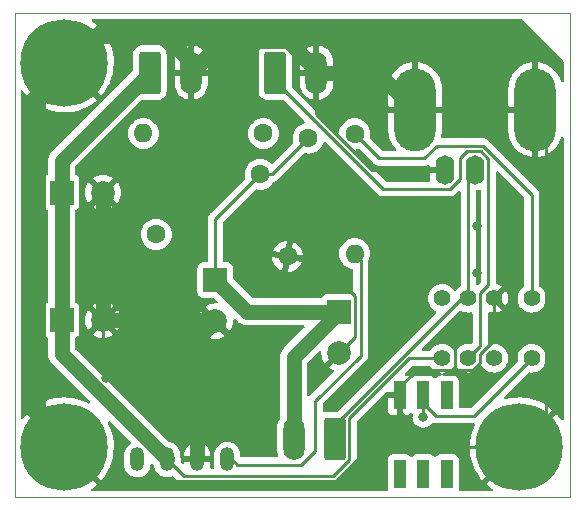
<source format=gtl>
%TF.GenerationSoftware,KiCad,Pcbnew,(6.0.7)*%
%TF.CreationDate,2022-08-25T15:43:46-04:00*%
%TF.ProjectId,chiller_interlock,6368696c-6c65-4725-9f69-6e7465726c6f,rev?*%
%TF.SameCoordinates,Original*%
%TF.FileFunction,Copper,L1,Top*%
%TF.FilePolarity,Positive*%
%FSLAX46Y46*%
G04 Gerber Fmt 4.6, Leading zero omitted, Abs format (unit mm)*
G04 Created by KiCad (PCBNEW (6.0.7)) date 2022-08-25 15:43:46*
%MOMM*%
%LPD*%
G01*
G04 APERTURE LIST*
G04 Aperture macros list*
%AMRoundRect*
0 Rectangle with rounded corners*
0 $1 Rounding radius*
0 $2 $3 $4 $5 $6 $7 $8 $9 X,Y pos of 4 corners*
0 Add a 4 corners polygon primitive as box body*
4,1,4,$2,$3,$4,$5,$6,$7,$8,$9,$2,$3,0*
0 Add four circle primitives for the rounded corners*
1,1,$1+$1,$2,$3*
1,1,$1+$1,$4,$5*
1,1,$1+$1,$6,$7*
1,1,$1+$1,$8,$9*
0 Add four rect primitives between the rounded corners*
20,1,$1+$1,$2,$3,$4,$5,0*
20,1,$1+$1,$4,$5,$6,$7,0*
20,1,$1+$1,$6,$7,$8,$9,0*
20,1,$1+$1,$8,$9,$2,$3,0*%
%AMHorizOval*
0 Thick line with rounded ends*
0 $1 width*
0 $2 $3 position (X,Y) of the first rounded end (center of the circle)*
0 $4 $5 position (X,Y) of the second rounded end (center of the circle)*
0 Add line between two ends*
20,1,$1,$2,$3,$4,$5,0*
0 Add two circle primitives to create the rounded ends*
1,1,$1,$2,$3*
1,1,$1,$4,$5*%
G04 Aperture macros list end*
%TA.AperFunction,Profile*%
%ADD10C,0.100000*%
%TD*%
%TA.AperFunction,ComponentPad*%
%ADD11C,1.600000*%
%TD*%
%TA.AperFunction,ComponentPad*%
%ADD12HorizOval,1.600000X0.000000X0.000000X0.000000X0.000000X0*%
%TD*%
%TA.AperFunction,ComponentPad*%
%ADD13O,1.600000X2.500000*%
%TD*%
%TA.AperFunction,ComponentPad*%
%ADD14O,3.500000X7.000000*%
%TD*%
%TA.AperFunction,ComponentPad*%
%ADD15C,7.400000*%
%TD*%
%TA.AperFunction,ComponentPad*%
%ADD16O,1.200000X2.000000*%
%TD*%
%TA.AperFunction,ComponentPad*%
%ADD17C,1.400000*%
%TD*%
%TA.AperFunction,ComponentPad*%
%ADD18RoundRect,0.250000X0.650000X1.550000X-0.650000X1.550000X-0.650000X-1.550000X0.650000X-1.550000X0*%
%TD*%
%TA.AperFunction,ComponentPad*%
%ADD19O,1.800000X3.600000*%
%TD*%
%TA.AperFunction,ComponentPad*%
%ADD20R,2.000000X2.000000*%
%TD*%
%TA.AperFunction,ComponentPad*%
%ADD21C,2.000000*%
%TD*%
%TA.AperFunction,ComponentPad*%
%ADD22HorizOval,1.600000X0.000000X0.000000X0.000000X0.000000X0*%
%TD*%
%TA.AperFunction,ComponentPad*%
%ADD23RoundRect,0.250000X-0.650000X-1.550000X0.650000X-1.550000X0.650000X1.550000X-0.650000X1.550000X0*%
%TD*%
%TA.AperFunction,ComponentPad*%
%ADD24O,1.600000X1.600000*%
%TD*%
%TA.AperFunction,SMDPad,CuDef*%
%ADD25R,1.000000X2.350000*%
%TD*%
%TA.AperFunction,ViaPad*%
%ADD26C,0.800000*%
%TD*%
%TA.AperFunction,Conductor*%
%ADD27C,1.270000*%
%TD*%
%TA.AperFunction,Conductor*%
%ADD28C,0.250000*%
%TD*%
G04 APERTURE END LIST*
D10*
X168000000Y-91000000D02*
X215000000Y-91000000D01*
X215000000Y-50000000D02*
X168000000Y-50000000D01*
X168000000Y-50000000D02*
X168000000Y-91000000D01*
X215000000Y-91000000D02*
X215000000Y-50000000D01*
D11*
%TO.P,R3,1*%
%TO.N,Delayed_Interlock*%
X188799409Y-63660000D03*
D12*
%TO.P,R3,2*%
%TO.N,Net-(R3-Pad2)*%
X180000591Y-68740000D03*
%TD*%
D13*
%TO.P,J4,1,In*%
%TO.N,TTL_Out*%
X207000000Y-63250000D03*
D14*
%TO.P,J4,2,Ext*%
%TO.N,GND*%
X212080000Y-58170000D03*
D13*
X204460000Y-63250000D03*
D14*
X201920000Y-58170000D03*
%TD*%
D15*
%TO.P,J5,1,Pin_1*%
%TO.N,GND*%
X210750000Y-86750000D03*
%TD*%
D16*
%TO.P,U1,1,VOUT*%
%TO.N,6V*%
X186010000Y-87800000D03*
%TO.P,U1,2,GND*%
%TO.N,GND*%
X183470000Y-87800000D03*
%TO.P,U1,3,VIN*%
%TO.N,+24V*%
X180930000Y-87800000D03*
%TO.P,U1,4,SHDN*%
%TO.N,unconnected-(U1-Pad4)*%
X178390000Y-87800000D03*
%TD*%
D17*
%TO.P,K1,1*%
%TO.N,Net-(K1-Pad1)*%
X211800000Y-74160000D03*
%TO.P,K1,2*%
%TO.N,GND*%
X208600000Y-74160000D03*
%TO.P,K1,3*%
%TO.N,TTL_Out*%
X206400000Y-74160000D03*
%TO.P,K1,4*%
%TO.N,5.5V*%
X204200000Y-74160000D03*
%TO.P,K1,5*%
%TO.N,+24V*%
X204200000Y-79240000D03*
%TO.P,K1,6*%
%TO.N,Net-(J3-Pad1)*%
X206400000Y-79240000D03*
%TO.P,K1,7*%
%TO.N,unconnected-(K1-Pad7)*%
X208600000Y-79240000D03*
%TO.P,K1,8*%
%TO.N,Coil-*%
X211800000Y-79240000D03*
%TD*%
D18*
%TO.P,J2,1,Pin_1*%
%TO.N,TTL_Out*%
X195132500Y-86057500D03*
D19*
%TO.P,J2,2,Pin_2*%
%TO.N,Delayed_Interlock*%
X191632500Y-86057500D03*
%TD*%
D20*
%TO.P,C2,1*%
%TO.N,+24V*%
X171982323Y-76000000D03*
D21*
%TO.P,C2,2*%
%TO.N,GND*%
X175482323Y-76000000D03*
%TD*%
D11*
%TO.P,R1,1*%
%TO.N,Delayed_Interlock*%
X192882133Y-60597177D03*
D22*
%TO.P,R1,2*%
%TO.N,GND*%
X191117868Y-70602824D03*
%TD*%
D23*
%TO.P,J1,1,Pin_1*%
%TO.N,+24V*%
X179467500Y-55042500D03*
D19*
%TO.P,J1,2,Pin_2*%
%TO.N,GND*%
X182967500Y-55042500D03*
%TD*%
D20*
%TO.P,C4,1*%
%TO.N,+24V*%
X171982323Y-65200000D03*
D21*
%TO.P,C4,2*%
%TO.N,GND*%
X175482323Y-65200000D03*
%TD*%
D15*
%TO.P,J7,1,Pin_1*%
%TO.N,GND*%
X172200000Y-86750000D03*
%TD*%
D11*
%TO.P,R4,1*%
%TO.N,Net-(K1-Pad1)*%
X196800000Y-60220000D03*
D24*
%TO.P,R4,2*%
%TO.N,6V*%
X196800000Y-70380000D03*
%TD*%
D20*
%TO.P,C1,1*%
%TO.N,Delayed_Interlock*%
X185000000Y-72600000D03*
D21*
%TO.P,C1,2*%
%TO.N,GND*%
X185000000Y-76100000D03*
%TD*%
D20*
%TO.P,C3,1*%
%TO.N,Delayed_Interlock*%
X195500000Y-75282323D03*
D21*
%TO.P,C3,2*%
%TO.N,GND*%
X195500000Y-78782323D03*
%TD*%
D25*
%TO.P,SW1,1,A*%
%TO.N,unconnected-(SW1-Pad1)*%
X204600000Y-82375000D03*
%TO.P,SW1,2,B*%
%TO.N,Coil-*%
X202600000Y-82375000D03*
%TO.P,SW1,3,C*%
%TO.N,GND*%
X200600000Y-82375000D03*
%TO.P,SW1,4,C*%
%TO.N,unconnected-(SW1-Pad4)*%
X204600000Y-89025000D03*
%TO.P,SW1,5,B*%
%TO.N,unconnected-(SW1-Pad5)*%
X202600000Y-89025000D03*
%TO.P,SW1,6,A*%
%TO.N,unconnected-(SW1-Pad6)*%
X200600000Y-89025000D03*
%TD*%
D11*
%TO.P,R2,1*%
%TO.N,Threshold*%
X189080000Y-60200000D03*
D24*
%TO.P,R2,2*%
%TO.N,Net-(R2-Pad2)*%
X178920000Y-60200000D03*
%TD*%
D15*
%TO.P,J6,1,Pin_1*%
%TO.N,GND*%
X172200000Y-54200000D03*
%TD*%
D23*
%TO.P,J3,1,Pin_1*%
%TO.N,Net-(J3-Pad1)*%
X190067500Y-55042500D03*
D19*
%TO.P,J3,2,Pin_2*%
%TO.N,GND*%
X193567500Y-55042500D03*
%TD*%
D26*
%TO.N,GND*%
X207200000Y-72000000D03*
X207200000Y-68000000D03*
X205800000Y-76600000D03*
X175787924Y-80912076D03*
%TO.N,Coil-*%
X202600000Y-84200000D03*
%TD*%
D27*
%TO.N,Delayed_Interlock*%
X191632500Y-79149823D02*
X195500000Y-75282323D01*
D28*
X185000000Y-72600000D02*
X185000000Y-67459409D01*
D27*
X191632500Y-86057500D02*
X191632500Y-79149823D01*
X187682323Y-75282323D02*
X185000000Y-72600000D01*
D28*
X185000000Y-67459409D02*
X188799409Y-63660000D01*
D27*
X195500000Y-75282323D02*
X187682323Y-75282323D01*
D28*
X189819310Y-63660000D02*
X188799409Y-63660000D01*
X192882133Y-60597177D02*
X189819310Y-63660000D01*
%TO.N,GND*%
X175100000Y-89650000D02*
X172200000Y-86750000D01*
D27*
X170000000Y-56400000D02*
X170000000Y-84550000D01*
X182967500Y-54142500D02*
X180797500Y-51972500D01*
X193567500Y-55042500D02*
X198792500Y-55042500D01*
X170000000Y-84550000D02*
X172200000Y-86750000D01*
X193567500Y-54808078D02*
X191159422Y-52400000D01*
D28*
X205335000Y-80265000D02*
X206835000Y-80265000D01*
X205800000Y-76600000D02*
X205335000Y-77065000D01*
X193567500Y-58578491D02*
X193567500Y-55042500D01*
X198239009Y-63250000D02*
X193567500Y-58578491D01*
D27*
X193567500Y-55042500D02*
X193567500Y-54808078D01*
D28*
X204460000Y-63250000D02*
X198239009Y-63250000D01*
X207438198Y-78838198D02*
X208600000Y-77676396D01*
D27*
X180797500Y-51972500D02*
X174427500Y-51972500D01*
X172200000Y-54200000D02*
X170000000Y-56400000D01*
D28*
X193470501Y-70602824D02*
X191117868Y-70602824D01*
X202035000Y-80265000D02*
X205335000Y-80265000D01*
X210750000Y-86750000D02*
X213000000Y-84500000D01*
X195189569Y-89650000D02*
X175100000Y-89650000D01*
X207200000Y-72000000D02*
X207200000Y-68000000D01*
D27*
X175482323Y-76000000D02*
X184900000Y-76000000D01*
D28*
X208600000Y-77676396D02*
X208600000Y-74160000D01*
X200600000Y-81700000D02*
X202035000Y-80265000D01*
X198089569Y-86750000D02*
X195189569Y-89650000D01*
X195500000Y-78782323D02*
X196825000Y-77457323D01*
X207438198Y-79661802D02*
X207438198Y-78838198D01*
X200600000Y-83800000D02*
X203550000Y-86750000D01*
X205335000Y-77065000D02*
X205335000Y-80265000D01*
X213000000Y-59090000D02*
X212080000Y-58170000D01*
D27*
X185610000Y-52400000D02*
X182967500Y-55042500D01*
X182967500Y-55042500D02*
X182967500Y-54142500D01*
X183470000Y-77630000D02*
X185000000Y-76100000D01*
D28*
X175482323Y-80606475D02*
X175482323Y-76000000D01*
X200600000Y-82375000D02*
X200600000Y-83800000D01*
D27*
X191159422Y-52400000D02*
X185610000Y-52400000D01*
D28*
X200600000Y-82375000D02*
X200600000Y-81700000D01*
D27*
X174427500Y-51972500D02*
X172200000Y-54200000D01*
X183470000Y-87800000D02*
X183470000Y-77630000D01*
D28*
X196825000Y-77457323D02*
X196825000Y-73957323D01*
X206835000Y-80265000D02*
X207438198Y-79661802D01*
D27*
X175482323Y-76000000D02*
X175482323Y-65200000D01*
D28*
X204150000Y-86750000D02*
X210750000Y-86750000D01*
X204150000Y-86750000D02*
X198089569Y-86750000D01*
X175787924Y-80912076D02*
X175482323Y-80606475D01*
X196825000Y-73957323D02*
X193470501Y-70602824D01*
X203550000Y-86750000D02*
X204150000Y-86750000D01*
D27*
X198792500Y-55042500D02*
X201920000Y-58170000D01*
X184900000Y-76000000D02*
X185000000Y-76100000D01*
D28*
X213000000Y-84500000D02*
X213000000Y-59090000D01*
D27*
%TO.N,+24V*%
X171982323Y-62527677D02*
X171982323Y-65200000D01*
D28*
X195003173Y-89200000D02*
X182330000Y-89200000D01*
D27*
X171982323Y-65200000D02*
X171982323Y-76000000D01*
X171982323Y-78852323D02*
X180930000Y-87800000D01*
X179467500Y-55042500D02*
X171982323Y-62527677D01*
X171982323Y-76000000D02*
X171982323Y-78852323D01*
D28*
X182330000Y-89200000D02*
X180930000Y-87800000D01*
X201410000Y-79240000D02*
X196357500Y-84292500D01*
X204200000Y-79240000D02*
X201410000Y-79240000D01*
X196357500Y-84292500D02*
X196357500Y-87845673D01*
X196357500Y-87845673D02*
X195003173Y-89200000D01*
%TO.N,TTL_Out*%
X195132500Y-84881104D02*
X205853604Y-74160000D01*
X195132500Y-86057500D02*
X195132500Y-84881104D01*
X205853604Y-74160000D02*
X206400000Y-74160000D01*
X206400000Y-74160000D02*
X206400000Y-63850000D01*
X206400000Y-63850000D02*
X207000000Y-63250000D01*
%TO.N,Net-(J3-Pad1)*%
X208125000Y-73035431D02*
X208125000Y-62334010D01*
X207465990Y-61675000D02*
X206325000Y-61675000D01*
X204850990Y-64900000D02*
X199200000Y-64900000D01*
X205700000Y-64050990D02*
X204850990Y-64900000D01*
X207425000Y-73735431D02*
X208125000Y-73035431D01*
X190067500Y-55767500D02*
X190067500Y-55042500D01*
X206400000Y-79240000D02*
X207425000Y-78215000D01*
X207425000Y-78215000D02*
X207425000Y-73735431D01*
X206325000Y-61675000D02*
X205700000Y-62300000D01*
X208125000Y-62334010D02*
X207465990Y-61675000D01*
X205700000Y-62300000D02*
X205700000Y-64050990D01*
X199200000Y-64900000D02*
X190067500Y-55767500D01*
%TO.N,Net-(K1-Pad1)*%
X211800000Y-74160000D02*
X211800000Y-65372614D01*
X198880000Y-62300000D02*
X196800000Y-60220000D01*
X202700000Y-62300000D02*
X198880000Y-62300000D01*
X211800000Y-65372614D02*
X207652386Y-61225000D01*
X207652386Y-61225000D02*
X203775000Y-61225000D01*
X203775000Y-61225000D02*
X202700000Y-62300000D01*
%TO.N,Coil-*%
X203650000Y-84100000D02*
X206940000Y-84100000D01*
X202600000Y-83050000D02*
X203650000Y-84100000D01*
X206940000Y-84100000D02*
X211800000Y-79240000D01*
X202600000Y-82375000D02*
X202600000Y-83050000D01*
X202600000Y-84200000D02*
X202600000Y-82375000D01*
%TO.N,6V*%
X186860000Y-88250000D02*
X192254287Y-88250000D01*
X197300000Y-70880000D02*
X196800000Y-70380000D01*
X186010000Y-87800000D02*
X186410000Y-87800000D01*
X197300000Y-79000000D02*
X197300000Y-70880000D01*
X186410000Y-87800000D02*
X186860000Y-88250000D01*
X193451786Y-87052501D02*
X193451786Y-82848214D01*
X192254287Y-88250000D02*
X193451786Y-87052501D01*
X193451786Y-82848214D02*
X197300000Y-79000000D01*
%TD*%
%TA.AperFunction,Conductor*%
%TO.N,GND*%
G36*
X210924431Y-50528502D02*
G01*
X210945405Y-50545405D01*
X214454595Y-54054595D01*
X214488621Y-54116907D01*
X214491500Y-54143690D01*
X214491500Y-55734752D01*
X214471498Y-55802873D01*
X214417842Y-55849366D01*
X214347568Y-55859470D01*
X214282988Y-55829976D01*
X214246365Y-55775773D01*
X214167591Y-55546995D01*
X214164350Y-55539284D01*
X214033787Y-55278556D01*
X214029566Y-55271362D01*
X213865659Y-55030180D01*
X213860526Y-55023610D01*
X213666161Y-54806225D01*
X213660205Y-54800392D01*
X213438797Y-54610622D01*
X213432116Y-54605624D01*
X213187563Y-54446809D01*
X213180273Y-54442735D01*
X212916868Y-54317662D01*
X212909100Y-54314586D01*
X212631469Y-54225448D01*
X212623363Y-54223427D01*
X212351830Y-54174571D01*
X212338571Y-54176003D01*
X212334000Y-54190613D01*
X212334000Y-62146367D01*
X212338295Y-62160996D01*
X212350272Y-62163058D01*
X212422053Y-62156778D01*
X212430292Y-62155503D01*
X212714880Y-62091890D01*
X212722877Y-62089536D01*
X212996534Y-61988850D01*
X213004172Y-61985450D01*
X213262115Y-61849451D01*
X213269213Y-61845084D01*
X213506905Y-61676165D01*
X213513372Y-61670892D01*
X213726639Y-61472017D01*
X213732351Y-61465933D01*
X213917437Y-61240607D01*
X213922292Y-61233826D01*
X214075958Y-60985987D01*
X214079871Y-60978627D01*
X214199404Y-60712654D01*
X214202314Y-60704831D01*
X214244751Y-60562480D01*
X214283381Y-60502913D01*
X214348083Y-60473687D01*
X214418315Y-60484080D01*
X214471778Y-60530794D01*
X214491500Y-60598477D01*
X214491500Y-84351160D01*
X214471498Y-84419281D01*
X214417842Y-84465774D01*
X214347568Y-84475878D01*
X214282988Y-84446384D01*
X214260546Y-84420879D01*
X214257331Y-84416039D01*
X214016722Y-84089686D01*
X214012842Y-84084929D01*
X213911935Y-83972859D01*
X213898413Y-83964528D01*
X213898337Y-83964529D01*
X213889053Y-83970158D01*
X210750000Y-87109210D01*
X207971055Y-89888156D01*
X207963441Y-89902100D01*
X207963496Y-89902879D01*
X207968850Y-89910929D01*
X208017180Y-89956312D01*
X208021858Y-89960294D01*
X208343106Y-90207688D01*
X208348149Y-90211193D01*
X208424090Y-90258646D01*
X208471260Y-90311707D01*
X208482255Y-90381847D01*
X208453584Y-90446797D01*
X208394350Y-90485936D01*
X208357320Y-90491500D01*
X205715621Y-90491500D01*
X205647500Y-90471498D01*
X205601007Y-90417842D01*
X205590903Y-90347568D01*
X205597637Y-90321275D01*
X205598971Y-90317716D01*
X205598971Y-90317715D01*
X205601745Y-90310316D01*
X205608500Y-90248134D01*
X205608500Y-87801866D01*
X205601745Y-87739684D01*
X205550615Y-87603295D01*
X205463261Y-87486739D01*
X205346705Y-87399385D01*
X205210316Y-87348255D01*
X205148134Y-87341500D01*
X204051866Y-87341500D01*
X203989684Y-87348255D01*
X203853295Y-87399385D01*
X203736739Y-87486739D01*
X203700824Y-87534660D01*
X203643967Y-87577173D01*
X203573149Y-87582199D01*
X203510855Y-87548139D01*
X203499183Y-87534670D01*
X203463261Y-87486739D01*
X203346705Y-87399385D01*
X203210316Y-87348255D01*
X203148134Y-87341500D01*
X202051866Y-87341500D01*
X201989684Y-87348255D01*
X201853295Y-87399385D01*
X201736739Y-87486739D01*
X201700824Y-87534660D01*
X201643967Y-87577173D01*
X201573149Y-87582199D01*
X201510855Y-87548139D01*
X201499183Y-87534670D01*
X201463261Y-87486739D01*
X201346705Y-87399385D01*
X201210316Y-87348255D01*
X201148134Y-87341500D01*
X200051866Y-87341500D01*
X199989684Y-87348255D01*
X199853295Y-87399385D01*
X199736739Y-87486739D01*
X199649385Y-87603295D01*
X199598255Y-87739684D01*
X199591500Y-87801866D01*
X199591500Y-90248134D01*
X199598255Y-90310316D01*
X199601029Y-90317715D01*
X199601029Y-90317716D01*
X199602363Y-90321275D01*
X199602580Y-90324238D01*
X199602856Y-90325400D01*
X199602668Y-90325445D01*
X199607543Y-90392082D01*
X199573620Y-90454450D01*
X199511363Y-90488577D01*
X199484379Y-90491500D01*
X174593443Y-90491500D01*
X174525322Y-90471498D01*
X174478829Y-90417842D01*
X174468725Y-90347568D01*
X174498219Y-90282988D01*
X174520812Y-90262540D01*
X174791315Y-90071721D01*
X174796153Y-90067941D01*
X174977043Y-89911802D01*
X174985458Y-89898762D01*
X174979519Y-89888730D01*
X171840790Y-86750000D01*
X169062374Y-83971585D01*
X169048430Y-83963971D01*
X169047885Y-83964010D01*
X169039525Y-83969612D01*
X168974692Y-84039625D01*
X168970734Y-84044342D01*
X168734863Y-84355091D01*
X168677745Y-84397258D01*
X168606897Y-84401851D01*
X168544813Y-84367412D01*
X168511204Y-84304874D01*
X168508500Y-84278912D01*
X168508500Y-83601641D01*
X169414661Y-83601641D01*
X169420411Y-83611200D01*
X172200000Y-86390790D01*
X175338830Y-89529619D01*
X175352774Y-89537233D01*
X175353789Y-89537161D01*
X175361520Y-89532058D01*
X175387160Y-89505133D01*
X175391172Y-89500485D01*
X175640783Y-89180998D01*
X175644355Y-89175935D01*
X175861593Y-88833621D01*
X175864636Y-88828265D01*
X176047452Y-88466353D01*
X176049947Y-88460749D01*
X176196572Y-88082724D01*
X176198513Y-88076890D01*
X176307553Y-87686351D01*
X176308909Y-87680380D01*
X176379322Y-87281056D01*
X176380089Y-87274982D01*
X176411282Y-86869591D01*
X176411459Y-86865676D01*
X176413047Y-86751974D01*
X176412979Y-86748030D01*
X176393118Y-86341949D01*
X176392517Y-86335825D01*
X176333290Y-85934737D01*
X176332090Y-85928675D01*
X176234007Y-85535289D01*
X176232222Y-85529374D01*
X176096214Y-85147421D01*
X176093871Y-85141737D01*
X175921236Y-84774869D01*
X175918347Y-84769435D01*
X175899160Y-84737249D01*
X175881460Y-84668494D01*
X175903742Y-84601085D01*
X175958931Y-84556423D01*
X176029505Y-84548688D01*
X176096484Y-84583637D01*
X177795267Y-86282420D01*
X177829293Y-86344732D01*
X177824228Y-86415547D01*
X177779072Y-86474285D01*
X177662389Y-86557054D01*
X177516119Y-86709850D01*
X177401380Y-86887548D01*
X177322314Y-87083737D01*
X177281772Y-87291337D01*
X177281500Y-87296899D01*
X177281500Y-88252846D01*
X177296548Y-88410566D01*
X177356092Y-88613534D01*
X177358836Y-88618861D01*
X177358836Y-88618862D01*
X177386706Y-88672974D01*
X177452942Y-88801580D01*
X177583604Y-88967920D01*
X177588135Y-88971852D01*
X177588138Y-88971855D01*
X177674058Y-89046412D01*
X177743363Y-89106552D01*
X177748549Y-89109552D01*
X177748553Y-89109555D01*
X177891241Y-89192102D01*
X177926454Y-89212473D01*
X178126271Y-89281861D01*
X178132206Y-89282722D01*
X178132208Y-89282722D01*
X178329664Y-89311352D01*
X178329667Y-89311352D01*
X178335604Y-89312213D01*
X178546899Y-89302433D01*
X178678077Y-89270819D01*
X178746701Y-89254281D01*
X178746703Y-89254280D01*
X178752534Y-89252875D01*
X178757992Y-89250393D01*
X178757996Y-89250392D01*
X178873041Y-89198084D01*
X178945087Y-89165326D01*
X179117611Y-89042946D01*
X179263881Y-88890150D01*
X179378620Y-88712452D01*
X179437440Y-88566500D01*
X179455442Y-88521832D01*
X179455443Y-88521829D01*
X179457686Y-88516263D01*
X179498228Y-88308663D01*
X179498500Y-88303101D01*
X179498500Y-88289844D01*
X179518502Y-88221723D01*
X179572158Y-88175230D01*
X179642432Y-88165126D01*
X179707012Y-88194620D01*
X179713595Y-88200749D01*
X179795354Y-88282508D01*
X179829380Y-88344820D01*
X179831688Y-88359631D01*
X179836548Y-88410566D01*
X179896092Y-88613534D01*
X179898836Y-88618861D01*
X179898836Y-88618862D01*
X179926706Y-88672974D01*
X179992942Y-88801580D01*
X180123604Y-88967920D01*
X180128135Y-88971852D01*
X180128138Y-88971855D01*
X180214058Y-89046412D01*
X180283363Y-89106552D01*
X180288549Y-89109552D01*
X180288553Y-89109555D01*
X180431241Y-89192102D01*
X180466454Y-89212473D01*
X180666271Y-89281861D01*
X180672206Y-89282722D01*
X180672208Y-89282722D01*
X180869664Y-89311352D01*
X180869667Y-89311352D01*
X180875604Y-89312213D01*
X181086899Y-89302433D01*
X181218077Y-89270819D01*
X181286701Y-89254281D01*
X181286703Y-89254280D01*
X181292534Y-89252875D01*
X181297992Y-89250393D01*
X181297996Y-89250392D01*
X181317829Y-89241374D01*
X181346701Y-89228247D01*
X181416990Y-89218259D01*
X181481522Y-89247859D01*
X181487947Y-89253852D01*
X181826348Y-89592253D01*
X181833888Y-89600539D01*
X181838000Y-89607018D01*
X181843777Y-89612443D01*
X181887651Y-89653643D01*
X181890493Y-89656398D01*
X181910230Y-89676135D01*
X181913427Y-89678615D01*
X181922447Y-89686318D01*
X181954679Y-89716586D01*
X181961625Y-89720405D01*
X181961628Y-89720407D01*
X181972434Y-89726348D01*
X181988953Y-89737199D01*
X182004959Y-89749614D01*
X182012228Y-89752759D01*
X182012232Y-89752762D01*
X182045537Y-89767174D01*
X182056187Y-89772391D01*
X182094940Y-89793695D01*
X182102615Y-89795666D01*
X182102616Y-89795666D01*
X182114562Y-89798733D01*
X182133267Y-89805137D01*
X182151855Y-89813181D01*
X182159678Y-89814420D01*
X182159688Y-89814423D01*
X182195524Y-89820099D01*
X182207144Y-89822505D01*
X182238959Y-89830673D01*
X182249970Y-89833500D01*
X182270224Y-89833500D01*
X182289934Y-89835051D01*
X182309943Y-89838220D01*
X182317835Y-89837474D01*
X182336580Y-89835702D01*
X182353962Y-89834059D01*
X182365819Y-89833500D01*
X194924406Y-89833500D01*
X194935589Y-89834027D01*
X194943082Y-89835702D01*
X194951008Y-89835453D01*
X194951009Y-89835453D01*
X195011159Y-89833562D01*
X195015118Y-89833500D01*
X195043029Y-89833500D01*
X195046964Y-89833003D01*
X195047029Y-89832995D01*
X195058866Y-89832062D01*
X195091124Y-89831048D01*
X195095143Y-89830922D01*
X195103062Y-89830673D01*
X195122516Y-89825021D01*
X195141873Y-89821013D01*
X195154103Y-89819468D01*
X195154104Y-89819468D01*
X195161970Y-89818474D01*
X195169341Y-89815555D01*
X195169343Y-89815555D01*
X195203085Y-89802196D01*
X195214315Y-89798351D01*
X195249156Y-89788229D01*
X195249157Y-89788229D01*
X195256766Y-89786018D01*
X195263585Y-89781985D01*
X195263590Y-89781983D01*
X195274201Y-89775707D01*
X195291949Y-89767012D01*
X195310790Y-89759552D01*
X195346560Y-89733564D01*
X195356480Y-89727048D01*
X195387708Y-89708580D01*
X195387711Y-89708578D01*
X195394535Y-89704542D01*
X195408856Y-89690221D01*
X195423890Y-89677380D01*
X195433867Y-89670131D01*
X195440280Y-89665472D01*
X195468471Y-89631395D01*
X195476461Y-89622616D01*
X196749747Y-88349330D01*
X196758037Y-88341786D01*
X196764518Y-88337673D01*
X196811159Y-88288005D01*
X196813913Y-88285164D01*
X196833635Y-88265442D01*
X196836112Y-88262249D01*
X196843817Y-88253228D01*
X196868659Y-88226773D01*
X196874086Y-88220994D01*
X196879775Y-88210646D01*
X196883846Y-88203241D01*
X196894702Y-88186714D01*
X196902257Y-88176975D01*
X196902258Y-88176973D01*
X196907114Y-88170713D01*
X196924674Y-88130133D01*
X196929891Y-88119485D01*
X196947375Y-88087682D01*
X196947376Y-88087680D01*
X196951195Y-88080733D01*
X196956233Y-88061110D01*
X196962637Y-88042407D01*
X196967533Y-88031093D01*
X196967533Y-88031092D01*
X196970681Y-88023818D01*
X196971920Y-88015995D01*
X196971923Y-88015985D01*
X196977599Y-87980149D01*
X196980005Y-87968529D01*
X196989028Y-87933384D01*
X196989028Y-87933383D01*
X196991000Y-87925703D01*
X196991000Y-87905449D01*
X196992551Y-87885738D01*
X196994480Y-87873559D01*
X196995720Y-87865730D01*
X196991559Y-87821711D01*
X196991000Y-87809854D01*
X196991000Y-84607094D01*
X197011002Y-84538973D01*
X197027905Y-84517999D01*
X197951235Y-83594669D01*
X199592001Y-83594669D01*
X199592371Y-83601490D01*
X199597895Y-83652352D01*
X199601521Y-83667604D01*
X199646676Y-83788054D01*
X199655214Y-83803649D01*
X199731715Y-83905724D01*
X199744276Y-83918285D01*
X199846351Y-83994786D01*
X199861946Y-84003324D01*
X199982394Y-84048478D01*
X199997649Y-84052105D01*
X200048514Y-84057631D01*
X200055328Y-84058000D01*
X200327885Y-84058000D01*
X200343124Y-84053525D01*
X200344329Y-84052135D01*
X200346000Y-84044452D01*
X200346000Y-82647115D01*
X200341525Y-82631876D01*
X200340135Y-82630671D01*
X200332452Y-82629000D01*
X199610116Y-82629000D01*
X199594877Y-82633475D01*
X199593672Y-82634865D01*
X199592001Y-82642548D01*
X199592001Y-83594669D01*
X197951235Y-83594669D01*
X199423145Y-82122759D01*
X199485456Y-82088734D01*
X199556271Y-82093799D01*
X199594752Y-82116631D01*
X199597865Y-82119329D01*
X199605548Y-82121000D01*
X200728000Y-82121000D01*
X200796121Y-82141002D01*
X200842614Y-82194658D01*
X200854000Y-82247000D01*
X200854000Y-84039884D01*
X200858475Y-84055123D01*
X200859865Y-84056328D01*
X200867548Y-84057999D01*
X201144669Y-84057999D01*
X201151490Y-84057629D01*
X201202352Y-84052105D01*
X201217604Y-84048479D01*
X201338054Y-84003324D01*
X201353649Y-83994786D01*
X201455724Y-83918285D01*
X201468285Y-83905724D01*
X201493380Y-83872240D01*
X201550239Y-83829725D01*
X201621058Y-83824699D01*
X201683351Y-83858759D01*
X201717341Y-83921090D01*
X201714039Y-83986740D01*
X201706458Y-84010072D01*
X201705768Y-84016633D01*
X201705768Y-84016635D01*
X201698590Y-84084929D01*
X201686496Y-84200000D01*
X201687186Y-84206565D01*
X201704092Y-84367412D01*
X201706458Y-84389928D01*
X201765473Y-84571556D01*
X201768776Y-84577278D01*
X201768777Y-84577279D01*
X201785991Y-84607094D01*
X201860960Y-84736944D01*
X201988747Y-84878866D01*
X202143248Y-84991118D01*
X202149276Y-84993802D01*
X202149278Y-84993803D01*
X202311681Y-85066109D01*
X202317712Y-85068794D01*
X202405815Y-85087521D01*
X202498056Y-85107128D01*
X202498061Y-85107128D01*
X202504513Y-85108500D01*
X202695487Y-85108500D01*
X202701939Y-85107128D01*
X202701944Y-85107128D01*
X202794185Y-85087521D01*
X202882288Y-85068794D01*
X202888319Y-85066109D01*
X203050722Y-84993803D01*
X203050724Y-84993802D01*
X203056752Y-84991118D01*
X203211253Y-84878866D01*
X203331390Y-84745441D01*
X203391835Y-84708201D01*
X203460180Y-84708755D01*
X203464585Y-84710035D01*
X203471855Y-84713181D01*
X203479679Y-84714420D01*
X203479685Y-84714422D01*
X203515524Y-84720099D01*
X203527144Y-84722505D01*
X203558959Y-84730673D01*
X203569970Y-84733500D01*
X203590224Y-84733500D01*
X203609934Y-84735051D01*
X203629943Y-84738220D01*
X203637835Y-84737474D01*
X203673961Y-84734059D01*
X203685819Y-84733500D01*
X206849991Y-84733500D01*
X206918112Y-84753502D01*
X206964605Y-84807158D01*
X206974709Y-84877432D01*
X206963239Y-84914735D01*
X206878966Y-85087521D01*
X206876540Y-85093180D01*
X206735208Y-85473211D01*
X206733350Y-85479068D01*
X206629775Y-85871085D01*
X206628500Y-85877085D01*
X206563674Y-86277331D01*
X206562987Y-86283452D01*
X206537530Y-86688089D01*
X206537444Y-86694265D01*
X206551593Y-87099461D01*
X206552108Y-87105595D01*
X206605734Y-87507494D01*
X206606841Y-87513531D01*
X206699429Y-87908283D01*
X206701123Y-87914193D01*
X206831789Y-88298021D01*
X206834057Y-88303746D01*
X207001546Y-88672974D01*
X207004367Y-88678464D01*
X207207094Y-89029596D01*
X207210414Y-89034749D01*
X207446454Y-89364446D01*
X207450263Y-89369251D01*
X207588298Y-89526929D01*
X207601512Y-89535327D01*
X207611307Y-89529482D01*
X210750000Y-86390790D01*
X213528030Y-83612759D01*
X213535644Y-83598815D01*
X213535622Y-83598506D01*
X213529767Y-83589835D01*
X213437789Y-83505846D01*
X213433051Y-83501927D01*
X213108391Y-83259050D01*
X213103285Y-83255606D01*
X212756468Y-83045566D01*
X212751072Y-83042649D01*
X212385404Y-82867449D01*
X212379737Y-82865067D01*
X211998739Y-82726396D01*
X211992851Y-82724574D01*
X211600140Y-82623742D01*
X211594117Y-82622506D01*
X211193415Y-82560474D01*
X211187328Y-82559834D01*
X210782483Y-82537200D01*
X210776331Y-82537157D01*
X210371238Y-82554135D01*
X210365112Y-82554692D01*
X209963601Y-82611121D01*
X209957548Y-82612276D01*
X209563463Y-82707615D01*
X209562705Y-82707838D01*
X209562540Y-82707838D01*
X209560474Y-82708338D01*
X209560353Y-82707840D01*
X209491708Y-82707884D01*
X209431958Y-82669539D01*
X209402423Y-82604977D01*
X209412482Y-82534696D01*
X209438034Y-82497870D01*
X209488879Y-82447026D01*
X211468462Y-80467443D01*
X211530774Y-80433417D01*
X211579439Y-80432453D01*
X211584039Y-80433264D01*
X211589345Y-80434686D01*
X211594812Y-80435164D01*
X211594816Y-80435165D01*
X211794525Y-80452637D01*
X211800000Y-80453116D01*
X212010655Y-80434686D01*
X212015968Y-80433262D01*
X212015970Y-80433262D01*
X212209600Y-80381379D01*
X212209602Y-80381378D01*
X212214910Y-80379956D01*
X212219892Y-80377633D01*
X212401577Y-80292912D01*
X212401580Y-80292910D01*
X212406558Y-80290589D01*
X212579776Y-80169301D01*
X212729301Y-80019776D01*
X212850589Y-79846558D01*
X212939956Y-79654910D01*
X212943746Y-79640768D01*
X212993262Y-79455970D01*
X212993262Y-79455968D01*
X212994686Y-79450655D01*
X213013116Y-79240000D01*
X212994686Y-79029345D01*
X212990083Y-79012165D01*
X212941379Y-78830400D01*
X212941378Y-78830398D01*
X212939956Y-78825090D01*
X212937633Y-78820108D01*
X212852912Y-78638423D01*
X212852910Y-78638420D01*
X212850589Y-78633442D01*
X212729301Y-78460224D01*
X212579776Y-78310699D01*
X212406558Y-78189411D01*
X212401580Y-78187090D01*
X212401577Y-78187088D01*
X212219892Y-78102367D01*
X212219891Y-78102366D01*
X212214910Y-78100044D01*
X212209602Y-78098622D01*
X212209600Y-78098621D01*
X212015970Y-78046738D01*
X212015968Y-78046738D01*
X212010655Y-78045314D01*
X211800000Y-78026884D01*
X211589345Y-78045314D01*
X211584032Y-78046738D01*
X211584030Y-78046738D01*
X211390400Y-78098621D01*
X211390398Y-78098622D01*
X211385090Y-78100044D01*
X211380109Y-78102366D01*
X211380108Y-78102367D01*
X211198423Y-78187088D01*
X211198420Y-78187090D01*
X211193442Y-78189411D01*
X211020224Y-78310699D01*
X210870699Y-78460224D01*
X210749411Y-78633442D01*
X210747090Y-78638420D01*
X210747088Y-78638423D01*
X210662367Y-78820108D01*
X210660044Y-78825090D01*
X210658622Y-78830398D01*
X210658621Y-78830400D01*
X210609917Y-79012165D01*
X210605314Y-79029345D01*
X210586884Y-79240000D01*
X210587363Y-79245475D01*
X210604835Y-79445175D01*
X210605314Y-79450655D01*
X210606736Y-79455961D01*
X210607547Y-79460561D01*
X210599679Y-79531121D01*
X210572557Y-79571538D01*
X206714500Y-83429595D01*
X206652188Y-83463621D01*
X206625405Y-83466500D01*
X205734500Y-83466500D01*
X205666379Y-83446498D01*
X205619886Y-83392842D01*
X205608500Y-83340500D01*
X205608500Y-81151866D01*
X205601745Y-81089684D01*
X205550615Y-80953295D01*
X205463261Y-80836739D01*
X205346705Y-80749385D01*
X205210316Y-80698255D01*
X205148134Y-80691500D01*
X204361138Y-80691500D01*
X204293017Y-80671498D01*
X204246524Y-80617842D01*
X204236420Y-80547568D01*
X204265914Y-80482988D01*
X204325640Y-80444604D01*
X204350156Y-80439979D01*
X204350360Y-80439961D01*
X204410655Y-80434686D01*
X204415968Y-80433262D01*
X204415970Y-80433262D01*
X204609600Y-80381379D01*
X204609602Y-80381378D01*
X204614910Y-80379956D01*
X204619892Y-80377633D01*
X204801577Y-80292912D01*
X204801580Y-80292910D01*
X204806558Y-80290589D01*
X204979776Y-80169301D01*
X205129301Y-80019776D01*
X205196788Y-79923394D01*
X205252244Y-79879067D01*
X205322863Y-79871758D01*
X205386224Y-79903789D01*
X205403211Y-79923393D01*
X205470699Y-80019776D01*
X205620224Y-80169301D01*
X205793442Y-80290589D01*
X205798420Y-80292910D01*
X205798423Y-80292912D01*
X205980108Y-80377633D01*
X205985090Y-80379956D01*
X205990398Y-80381378D01*
X205990400Y-80381379D01*
X206184030Y-80433262D01*
X206184032Y-80433262D01*
X206189345Y-80434686D01*
X206400000Y-80453116D01*
X206610655Y-80434686D01*
X206615968Y-80433262D01*
X206615970Y-80433262D01*
X206809600Y-80381379D01*
X206809602Y-80381378D01*
X206814910Y-80379956D01*
X206819892Y-80377633D01*
X207001577Y-80292912D01*
X207001580Y-80292910D01*
X207006558Y-80290589D01*
X207179776Y-80169301D01*
X207329301Y-80019776D01*
X207396788Y-79923394D01*
X207452244Y-79879067D01*
X207522863Y-79871758D01*
X207586224Y-79903789D01*
X207603211Y-79923393D01*
X207670699Y-80019776D01*
X207820224Y-80169301D01*
X207993442Y-80290589D01*
X207998420Y-80292910D01*
X207998423Y-80292912D01*
X208180108Y-80377633D01*
X208185090Y-80379956D01*
X208190398Y-80381378D01*
X208190400Y-80381379D01*
X208384030Y-80433262D01*
X208384032Y-80433262D01*
X208389345Y-80434686D01*
X208600000Y-80453116D01*
X208810655Y-80434686D01*
X208815968Y-80433262D01*
X208815970Y-80433262D01*
X209009600Y-80381379D01*
X209009602Y-80381378D01*
X209014910Y-80379956D01*
X209019892Y-80377633D01*
X209201577Y-80292912D01*
X209201580Y-80292910D01*
X209206558Y-80290589D01*
X209379776Y-80169301D01*
X209529301Y-80019776D01*
X209650589Y-79846558D01*
X209739956Y-79654910D01*
X209743746Y-79640768D01*
X209793262Y-79455970D01*
X209793262Y-79455968D01*
X209794686Y-79450655D01*
X209813116Y-79240000D01*
X209794686Y-79029345D01*
X209790083Y-79012165D01*
X209741379Y-78830400D01*
X209741378Y-78830398D01*
X209739956Y-78825090D01*
X209737633Y-78820108D01*
X209652912Y-78638423D01*
X209652910Y-78638420D01*
X209650589Y-78633442D01*
X209529301Y-78460224D01*
X209379776Y-78310699D01*
X209206558Y-78189411D01*
X209201580Y-78187090D01*
X209201577Y-78187088D01*
X209019892Y-78102367D01*
X209019891Y-78102366D01*
X209014910Y-78100044D01*
X209009602Y-78098622D01*
X209009600Y-78098621D01*
X208815970Y-78046738D01*
X208815968Y-78046738D01*
X208810655Y-78045314D01*
X208600000Y-78026884D01*
X208389345Y-78045314D01*
X208384032Y-78046738D01*
X208384030Y-78046738D01*
X208217111Y-78091464D01*
X208146135Y-78089774D01*
X208087339Y-78049980D01*
X208059391Y-77984716D01*
X208058500Y-77969757D01*
X208058500Y-75429725D01*
X208078502Y-75361604D01*
X208132158Y-75315111D01*
X208202432Y-75305007D01*
X208217112Y-75308019D01*
X208384111Y-75352767D01*
X208394909Y-75354671D01*
X208594525Y-75372135D01*
X208605475Y-75372135D01*
X208805091Y-75354671D01*
X208815878Y-75352769D01*
X209009429Y-75300907D01*
X209019723Y-75297159D01*
X209201323Y-75212479D01*
X209210811Y-75207001D01*
X209241248Y-75185689D01*
X209249623Y-75175212D01*
X209242554Y-75161764D01*
X208329885Y-74249095D01*
X208295859Y-74186783D01*
X208297694Y-74161132D01*
X208964408Y-74161132D01*
X208964539Y-74162965D01*
X208968790Y-74169580D01*
X209602486Y-74803276D01*
X209614261Y-74809706D01*
X209626276Y-74800410D01*
X209647001Y-74770811D01*
X209652479Y-74761323D01*
X209737159Y-74579723D01*
X209740907Y-74569429D01*
X209792769Y-74375878D01*
X209794671Y-74365091D01*
X209812135Y-74165475D01*
X209812135Y-74154525D01*
X209794671Y-73954909D01*
X209792769Y-73944122D01*
X209740907Y-73750571D01*
X209737159Y-73740277D01*
X209652479Y-73558677D01*
X209647001Y-73549189D01*
X209625689Y-73518752D01*
X209615212Y-73510377D01*
X209601764Y-73517446D01*
X208972022Y-74147188D01*
X208964408Y-74161132D01*
X208297694Y-74161132D01*
X208300924Y-74115968D01*
X208329885Y-74070905D01*
X209243276Y-73157514D01*
X209249706Y-73145739D01*
X209240410Y-73133724D01*
X209210811Y-73112999D01*
X209201323Y-73107521D01*
X209019723Y-73022841D01*
X209009429Y-73019093D01*
X208851888Y-72976880D01*
X208791266Y-72939928D01*
X208760244Y-72876067D01*
X208758500Y-72855173D01*
X208758500Y-63531208D01*
X208778502Y-63463087D01*
X208832158Y-63416594D01*
X208902432Y-63406490D01*
X208967012Y-63435984D01*
X208973594Y-63442112D01*
X210193782Y-64662301D01*
X211129595Y-65598114D01*
X211163621Y-65660426D01*
X211166500Y-65687209D01*
X211166500Y-73062685D01*
X211146498Y-73130806D01*
X211112770Y-73165898D01*
X211020224Y-73230699D01*
X210870699Y-73380224D01*
X210749411Y-73553442D01*
X210747090Y-73558420D01*
X210747088Y-73558423D01*
X210705400Y-73647823D01*
X210660044Y-73745090D01*
X210658622Y-73750398D01*
X210658621Y-73750400D01*
X210635069Y-73838297D01*
X210605314Y-73949345D01*
X210586884Y-74160000D01*
X210605314Y-74370655D01*
X210606738Y-74375968D01*
X210606738Y-74375970D01*
X210653205Y-74549385D01*
X210660044Y-74574910D01*
X210662366Y-74579891D01*
X210662367Y-74579892D01*
X210746204Y-74759680D01*
X210749411Y-74766558D01*
X210870699Y-74939776D01*
X211020224Y-75089301D01*
X211193442Y-75210589D01*
X211198420Y-75212910D01*
X211198423Y-75212912D01*
X211262765Y-75242915D01*
X211385090Y-75299956D01*
X211390398Y-75301378D01*
X211390400Y-75301379D01*
X211584030Y-75353262D01*
X211584032Y-75353262D01*
X211589345Y-75354686D01*
X211800000Y-75373116D01*
X212010655Y-75354686D01*
X212015968Y-75353262D01*
X212015970Y-75353262D01*
X212209600Y-75301379D01*
X212209602Y-75301378D01*
X212214910Y-75299956D01*
X212337235Y-75242915D01*
X212401577Y-75212912D01*
X212401580Y-75212910D01*
X212406558Y-75210589D01*
X212579776Y-75089301D01*
X212729301Y-74939776D01*
X212850589Y-74766558D01*
X212853797Y-74759680D01*
X212937633Y-74579892D01*
X212937634Y-74579891D01*
X212939956Y-74574910D01*
X212946796Y-74549385D01*
X212993262Y-74375970D01*
X212993262Y-74375968D01*
X212994686Y-74370655D01*
X213013116Y-74160000D01*
X212994686Y-73949345D01*
X212964931Y-73838297D01*
X212941379Y-73750400D01*
X212941378Y-73750398D01*
X212939956Y-73745090D01*
X212894600Y-73647823D01*
X212852912Y-73558423D01*
X212852910Y-73558420D01*
X212850589Y-73553442D01*
X212729301Y-73380224D01*
X212579776Y-73230699D01*
X212487230Y-73165898D01*
X212442901Y-73110441D01*
X212433500Y-73062685D01*
X212433500Y-65451381D01*
X212434027Y-65440198D01*
X212435702Y-65432705D01*
X212435316Y-65420406D01*
X212433562Y-65364615D01*
X212433500Y-65360657D01*
X212433500Y-65332758D01*
X212432996Y-65328767D01*
X212432063Y-65316925D01*
X212431923Y-65312443D01*
X212430674Y-65272725D01*
X212428462Y-65265111D01*
X212428461Y-65265106D01*
X212425023Y-65253273D01*
X212421012Y-65233909D01*
X212419467Y-65221678D01*
X212418474Y-65213817D01*
X212415557Y-65206450D01*
X212415556Y-65206445D01*
X212402198Y-65172706D01*
X212398354Y-65161479D01*
X212388230Y-65126636D01*
X212386018Y-65119021D01*
X212375707Y-65101586D01*
X212367012Y-65083838D01*
X212359552Y-65064997D01*
X212333564Y-65029227D01*
X212327048Y-65019307D01*
X212308580Y-64988079D01*
X212308578Y-64988076D01*
X212304542Y-64981252D01*
X212290221Y-64966931D01*
X212277380Y-64951897D01*
X212270131Y-64941920D01*
X212265472Y-64935507D01*
X212231395Y-64907316D01*
X212222616Y-64899326D01*
X208156038Y-60832747D01*
X208148498Y-60824461D01*
X208144386Y-60817982D01*
X208094734Y-60771356D01*
X208091893Y-60768602D01*
X208072156Y-60748865D01*
X208068959Y-60746385D01*
X208059937Y-60738680D01*
X208027707Y-60708414D01*
X208020761Y-60704595D01*
X208020758Y-60704593D01*
X208009952Y-60698652D01*
X207993433Y-60687801D01*
X207992969Y-60687441D01*
X207977427Y-60675386D01*
X207970158Y-60672241D01*
X207970154Y-60672238D01*
X207936849Y-60657826D01*
X207926199Y-60652609D01*
X207887446Y-60631305D01*
X207867823Y-60626267D01*
X207849120Y-60619863D01*
X207837806Y-60614967D01*
X207837805Y-60614967D01*
X207830531Y-60611819D01*
X207822708Y-60610580D01*
X207822698Y-60610577D01*
X207786862Y-60604901D01*
X207775242Y-60602495D01*
X207740097Y-60593472D01*
X207740096Y-60593472D01*
X207732416Y-60591500D01*
X207712162Y-60591500D01*
X207692451Y-60589949D01*
X207680272Y-60588020D01*
X207672443Y-60586780D01*
X207664551Y-60587526D01*
X207628425Y-60590941D01*
X207616567Y-60591500D01*
X204245142Y-60591500D01*
X204177021Y-60571498D01*
X204130528Y-60517842D01*
X204120424Y-60447568D01*
X204124394Y-60429500D01*
X204125624Y-60425375D01*
X204127469Y-60417254D01*
X204173191Y-60128571D01*
X204173899Y-60121597D01*
X204177936Y-60032714D01*
X204178000Y-60029881D01*
X204178000Y-59993993D01*
X209822000Y-59993993D01*
X209822139Y-59998182D01*
X209836549Y-60215132D01*
X209837653Y-60223403D01*
X209895290Y-60509251D01*
X209897478Y-60517303D01*
X209992409Y-60793005D01*
X209995650Y-60800716D01*
X210126213Y-61061444D01*
X210130434Y-61068638D01*
X210294341Y-61309820D01*
X210299474Y-61316390D01*
X210493839Y-61533775D01*
X210499795Y-61539608D01*
X210721203Y-61729378D01*
X210727884Y-61734376D01*
X210972437Y-61893191D01*
X210979727Y-61897265D01*
X211243132Y-62022338D01*
X211250900Y-62025414D01*
X211528531Y-62114552D01*
X211536637Y-62116573D01*
X211808170Y-62165429D01*
X211821429Y-62163997D01*
X211826000Y-62149387D01*
X211826000Y-58442115D01*
X211821525Y-58426876D01*
X211820135Y-58425671D01*
X211812452Y-58424000D01*
X209840115Y-58424000D01*
X209824876Y-58428475D01*
X209823671Y-58429865D01*
X209822000Y-58437548D01*
X209822000Y-59993993D01*
X204178000Y-59993993D01*
X204178000Y-58442115D01*
X204173525Y-58426876D01*
X204172135Y-58425671D01*
X204164452Y-58424000D01*
X199680115Y-58424000D01*
X199664876Y-58428475D01*
X199663671Y-58429865D01*
X199662000Y-58437548D01*
X199662000Y-59993993D01*
X199662139Y-59998182D01*
X199676549Y-60215132D01*
X199677653Y-60223403D01*
X199735290Y-60509251D01*
X199737478Y-60517303D01*
X199832409Y-60793005D01*
X199835650Y-60800716D01*
X199966213Y-61061444D01*
X199970434Y-61068638D01*
X200134341Y-61309820D01*
X200139474Y-61316390D01*
X200264762Y-61456517D01*
X200295256Y-61520631D01*
X200286246Y-61591054D01*
X200240593Y-61645426D01*
X200170832Y-61666500D01*
X199194595Y-61666500D01*
X199126474Y-61646498D01*
X199105500Y-61629595D01*
X198109152Y-60633247D01*
X198075126Y-60570935D01*
X198076540Y-60511541D01*
X198086683Y-60473687D01*
X198093543Y-60448087D01*
X198113498Y-60220000D01*
X198093543Y-59991913D01*
X198092119Y-59986598D01*
X198035707Y-59776067D01*
X198035706Y-59776065D01*
X198034284Y-59770757D01*
X198027434Y-59756067D01*
X197939849Y-59568238D01*
X197939846Y-59568233D01*
X197937523Y-59563251D01*
X197806198Y-59375700D01*
X197644300Y-59213802D01*
X197639792Y-59210645D01*
X197639789Y-59210643D01*
X197536004Y-59137972D01*
X197456749Y-59082477D01*
X197451767Y-59080154D01*
X197451762Y-59080151D01*
X197254225Y-58988039D01*
X197254224Y-58988039D01*
X197249243Y-58985716D01*
X197243935Y-58984294D01*
X197243933Y-58984293D01*
X197033402Y-58927881D01*
X197033400Y-58927881D01*
X197028087Y-58926457D01*
X196800000Y-58906502D01*
X196571913Y-58926457D01*
X196566600Y-58927881D01*
X196566598Y-58927881D01*
X196356067Y-58984293D01*
X196356065Y-58984294D01*
X196350757Y-58985716D01*
X196345776Y-58988039D01*
X196345775Y-58988039D01*
X196148238Y-59080151D01*
X196148233Y-59080154D01*
X196143251Y-59082477D01*
X196063996Y-59137972D01*
X195960211Y-59210643D01*
X195960208Y-59210645D01*
X195955700Y-59213802D01*
X195793802Y-59375700D01*
X195662477Y-59563251D01*
X195660154Y-59568233D01*
X195660151Y-59568238D01*
X195572566Y-59756067D01*
X195565716Y-59770757D01*
X195564294Y-59776065D01*
X195564293Y-59776067D01*
X195507881Y-59986598D01*
X195506457Y-59991913D01*
X195505978Y-59997391D01*
X195505977Y-59997395D01*
X195504373Y-60015736D01*
X195478511Y-60081855D01*
X195421008Y-60123496D01*
X195350121Y-60127438D01*
X195289757Y-60093852D01*
X193093790Y-57897885D01*
X199662000Y-57897885D01*
X199666475Y-57913124D01*
X199667865Y-57914329D01*
X199675548Y-57916000D01*
X201647885Y-57916000D01*
X201663124Y-57911525D01*
X201664329Y-57910135D01*
X201666000Y-57902452D01*
X201666000Y-57897885D01*
X202174000Y-57897885D01*
X202178475Y-57913124D01*
X202179865Y-57914329D01*
X202187548Y-57916000D01*
X204159885Y-57916000D01*
X204175124Y-57911525D01*
X204176329Y-57910135D01*
X204178000Y-57902452D01*
X204178000Y-57897885D01*
X209822000Y-57897885D01*
X209826475Y-57913124D01*
X209827865Y-57914329D01*
X209835548Y-57916000D01*
X211807885Y-57916000D01*
X211823124Y-57911525D01*
X211824329Y-57910135D01*
X211826000Y-57902452D01*
X211826000Y-54193633D01*
X211821705Y-54179004D01*
X211809728Y-54176942D01*
X211737947Y-54183222D01*
X211729708Y-54184497D01*
X211445120Y-54248110D01*
X211437123Y-54250464D01*
X211163466Y-54351150D01*
X211155828Y-54354550D01*
X210897885Y-54490549D01*
X210890787Y-54494916D01*
X210653095Y-54663835D01*
X210646628Y-54669108D01*
X210433361Y-54867983D01*
X210427649Y-54874067D01*
X210242563Y-55099393D01*
X210237708Y-55106174D01*
X210084042Y-55354013D01*
X210080129Y-55361373D01*
X209960596Y-55627346D01*
X209957686Y-55635169D01*
X209874376Y-55914625D01*
X209872531Y-55922746D01*
X209826809Y-56211429D01*
X209826101Y-56218403D01*
X209822064Y-56307286D01*
X209822000Y-56310119D01*
X209822000Y-57897885D01*
X204178000Y-57897885D01*
X204178000Y-56346007D01*
X204177861Y-56341818D01*
X204163451Y-56124868D01*
X204162347Y-56116597D01*
X204104710Y-55830749D01*
X204102522Y-55822697D01*
X204007591Y-55546995D01*
X204004350Y-55539284D01*
X203873787Y-55278556D01*
X203869566Y-55271362D01*
X203705659Y-55030180D01*
X203700526Y-55023610D01*
X203506161Y-54806225D01*
X203500205Y-54800392D01*
X203278797Y-54610622D01*
X203272116Y-54605624D01*
X203027563Y-54446809D01*
X203020273Y-54442735D01*
X202756868Y-54317662D01*
X202749100Y-54314586D01*
X202471469Y-54225448D01*
X202463363Y-54223427D01*
X202191830Y-54174571D01*
X202178571Y-54176003D01*
X202174000Y-54190613D01*
X202174000Y-57897885D01*
X201666000Y-57897885D01*
X201666000Y-54193633D01*
X201661705Y-54179004D01*
X201649728Y-54176942D01*
X201577947Y-54183222D01*
X201569708Y-54184497D01*
X201285120Y-54248110D01*
X201277123Y-54250464D01*
X201003466Y-54351150D01*
X200995828Y-54354550D01*
X200737885Y-54490549D01*
X200730787Y-54494916D01*
X200493095Y-54663835D01*
X200486628Y-54669108D01*
X200273361Y-54867983D01*
X200267649Y-54874067D01*
X200082563Y-55099393D01*
X200077708Y-55106174D01*
X199924042Y-55354013D01*
X199920129Y-55361373D01*
X199800596Y-55627346D01*
X199797686Y-55635169D01*
X199714376Y-55914625D01*
X199712531Y-55922746D01*
X199666809Y-56211429D01*
X199666101Y-56218403D01*
X199662064Y-56307286D01*
X199662000Y-56310119D01*
X199662000Y-57897885D01*
X193093790Y-57897885D01*
X191512905Y-56317000D01*
X191478879Y-56254688D01*
X191476000Y-56227905D01*
X191476000Y-55999840D01*
X192159500Y-55999840D01*
X192159725Y-56005149D01*
X192174160Y-56175271D01*
X192175952Y-56185759D01*
X192233301Y-56406711D01*
X192236833Y-56416739D01*
X192330585Y-56624863D01*
X192335765Y-56634169D01*
X192463247Y-56823524D01*
X192469906Y-56831807D01*
X192627471Y-56996978D01*
X192635442Y-57004030D01*
X192818582Y-57140290D01*
X192827619Y-57145894D01*
X193031106Y-57249351D01*
X193040959Y-57253352D01*
X193258961Y-57321044D01*
X193269348Y-57323328D01*
X193295543Y-57326800D01*
X193309707Y-57324604D01*
X193313500Y-57311419D01*
X193313500Y-57309782D01*
X193821500Y-57309782D01*
X193825473Y-57323313D01*
X193836080Y-57324838D01*
X193968340Y-57297087D01*
X193978537Y-57294027D01*
X194190840Y-57210185D01*
X194200376Y-57205451D01*
X194395525Y-57087032D01*
X194404118Y-57080766D01*
X194576527Y-56931158D01*
X194583947Y-56923528D01*
X194728680Y-56747012D01*
X194734706Y-56738245D01*
X194847629Y-56539867D01*
X194852095Y-56530203D01*
X194929981Y-56315632D01*
X194932751Y-56305365D01*
X194973581Y-56079568D01*
X194974516Y-56071338D01*
X194975430Y-56051950D01*
X194975500Y-56048974D01*
X194975500Y-55314615D01*
X194971025Y-55299376D01*
X194969635Y-55298171D01*
X194961952Y-55296500D01*
X193839615Y-55296500D01*
X193824376Y-55300975D01*
X193823171Y-55302365D01*
X193821500Y-55310048D01*
X193821500Y-57309782D01*
X193313500Y-57309782D01*
X193313500Y-55314615D01*
X193309025Y-55299376D01*
X193307635Y-55298171D01*
X193299952Y-55296500D01*
X192177615Y-55296500D01*
X192162376Y-55300975D01*
X192161171Y-55302365D01*
X192159500Y-55310048D01*
X192159500Y-55999840D01*
X191476000Y-55999840D01*
X191476000Y-54770385D01*
X192159500Y-54770385D01*
X192163975Y-54785624D01*
X192165365Y-54786829D01*
X192173048Y-54788500D01*
X193295385Y-54788500D01*
X193310624Y-54784025D01*
X193311829Y-54782635D01*
X193313500Y-54774952D01*
X193313500Y-54770385D01*
X193821500Y-54770385D01*
X193825975Y-54785624D01*
X193827365Y-54786829D01*
X193835048Y-54788500D01*
X194957385Y-54788500D01*
X194972624Y-54784025D01*
X194973829Y-54782635D01*
X194975500Y-54774952D01*
X194975500Y-54085160D01*
X194975275Y-54079851D01*
X194960840Y-53909729D01*
X194959048Y-53899241D01*
X194901699Y-53678289D01*
X194898167Y-53668261D01*
X194804415Y-53460137D01*
X194799235Y-53450831D01*
X194671753Y-53261476D01*
X194665094Y-53253193D01*
X194507529Y-53088022D01*
X194499558Y-53080970D01*
X194316418Y-52944710D01*
X194307381Y-52939106D01*
X194103894Y-52835649D01*
X194094041Y-52831648D01*
X193876039Y-52763956D01*
X193865652Y-52761672D01*
X193839457Y-52758200D01*
X193825293Y-52760396D01*
X193821500Y-52773581D01*
X193821500Y-54770385D01*
X193313500Y-54770385D01*
X193313500Y-52775218D01*
X193309527Y-52761687D01*
X193298920Y-52760162D01*
X193166660Y-52787913D01*
X193156463Y-52790973D01*
X192944160Y-52874815D01*
X192934624Y-52879549D01*
X192739475Y-52997968D01*
X192730882Y-53004234D01*
X192558473Y-53153842D01*
X192551053Y-53161472D01*
X192406320Y-53337988D01*
X192400294Y-53346755D01*
X192287371Y-53545133D01*
X192282905Y-53554797D01*
X192205019Y-53769368D01*
X192202249Y-53779635D01*
X192161419Y-54005432D01*
X192160484Y-54013662D01*
X192159570Y-54033050D01*
X192159500Y-54036026D01*
X192159500Y-54770385D01*
X191476000Y-54770385D01*
X191476000Y-53442100D01*
X191475663Y-53438850D01*
X191465738Y-53343192D01*
X191465737Y-53343188D01*
X191465026Y-53336334D01*
X191409050Y-53168554D01*
X191315978Y-53018152D01*
X191190803Y-52893195D01*
X191168665Y-52879549D01*
X191046468Y-52804225D01*
X191046466Y-52804224D01*
X191040238Y-52800385D01*
X190959426Y-52773581D01*
X190878889Y-52746868D01*
X190878887Y-52746868D01*
X190872361Y-52744703D01*
X190865525Y-52744003D01*
X190865522Y-52744002D01*
X190822469Y-52739591D01*
X190767900Y-52734000D01*
X189367100Y-52734000D01*
X189363854Y-52734337D01*
X189363850Y-52734337D01*
X189268192Y-52744262D01*
X189268188Y-52744263D01*
X189261334Y-52744974D01*
X189254798Y-52747155D01*
X189254796Y-52747155D01*
X189123459Y-52790973D01*
X189093554Y-52800950D01*
X188943152Y-52894022D01*
X188818195Y-53019197D01*
X188725385Y-53169762D01*
X188669703Y-53337639D01*
X188659000Y-53442100D01*
X188659000Y-56642900D01*
X188659337Y-56646146D01*
X188659337Y-56646150D01*
X188668893Y-56738245D01*
X188669974Y-56748666D01*
X188725950Y-56916446D01*
X188819022Y-57066848D01*
X188944197Y-57191805D01*
X188950427Y-57195645D01*
X188950428Y-57195646D01*
X189087590Y-57280194D01*
X189094762Y-57284615D01*
X189132364Y-57297087D01*
X189256111Y-57338132D01*
X189256113Y-57338132D01*
X189262639Y-57340297D01*
X189269475Y-57340997D01*
X189269478Y-57340998D01*
X189312531Y-57345409D01*
X189367100Y-57351000D01*
X190702906Y-57351000D01*
X190771027Y-57371002D01*
X190792001Y-57387905D01*
X192542068Y-59137972D01*
X192576094Y-59200284D01*
X192571029Y-59271099D01*
X192528482Y-59327935D01*
X192485586Y-59348773D01*
X192452463Y-59357648D01*
X192438200Y-59361470D01*
X192438198Y-59361471D01*
X192432890Y-59362893D01*
X192427909Y-59365216D01*
X192427908Y-59365216D01*
X192230371Y-59457328D01*
X192230366Y-59457331D01*
X192225384Y-59459654D01*
X192120522Y-59533079D01*
X192042344Y-59587820D01*
X192042341Y-59587822D01*
X192037833Y-59590979D01*
X191875935Y-59752877D01*
X191872778Y-59757385D01*
X191872776Y-59757388D01*
X191863415Y-59770757D01*
X191744610Y-59940428D01*
X191742287Y-59945410D01*
X191742284Y-59945415D01*
X191657406Y-60127438D01*
X191647849Y-60147934D01*
X191646427Y-60153242D01*
X191646426Y-60153244D01*
X191590014Y-60363775D01*
X191588590Y-60369090D01*
X191568635Y-60597177D01*
X191588590Y-60825264D01*
X191590013Y-60830575D01*
X191590015Y-60830586D01*
X191605592Y-60888718D01*
X191603903Y-60959694D01*
X191572981Y-61010425D01*
X189875751Y-62707654D01*
X189813439Y-62741680D01*
X189742623Y-62736615D01*
X189697561Y-62707654D01*
X189643709Y-62653802D01*
X189639201Y-62650645D01*
X189639198Y-62650643D01*
X189561020Y-62595902D01*
X189456158Y-62522477D01*
X189451176Y-62520154D01*
X189451171Y-62520151D01*
X189253634Y-62428039D01*
X189253633Y-62428039D01*
X189248652Y-62425716D01*
X189243344Y-62424294D01*
X189243342Y-62424293D01*
X189032811Y-62367881D01*
X189032809Y-62367881D01*
X189027496Y-62366457D01*
X188799409Y-62346502D01*
X188571322Y-62366457D01*
X188566009Y-62367881D01*
X188566007Y-62367881D01*
X188355476Y-62424293D01*
X188355474Y-62424294D01*
X188350166Y-62425716D01*
X188345185Y-62428039D01*
X188345184Y-62428039D01*
X188147647Y-62520151D01*
X188147642Y-62520154D01*
X188142660Y-62522477D01*
X188037798Y-62595902D01*
X187959620Y-62650643D01*
X187959617Y-62650645D01*
X187955109Y-62653802D01*
X187793211Y-62815700D01*
X187790054Y-62820208D01*
X187790052Y-62820211D01*
X187741272Y-62889876D01*
X187661886Y-63003251D01*
X187659563Y-63008233D01*
X187659560Y-63008238D01*
X187567448Y-63205775D01*
X187565125Y-63210757D01*
X187505866Y-63431913D01*
X187485911Y-63660000D01*
X187505866Y-63888087D01*
X187507289Y-63893398D01*
X187507291Y-63893409D01*
X187522868Y-63951541D01*
X187521179Y-64022517D01*
X187490257Y-64073248D01*
X186047949Y-65515555D01*
X184607747Y-66955757D01*
X184599461Y-66963297D01*
X184592982Y-66967409D01*
X184587557Y-66973186D01*
X184546357Y-67017060D01*
X184543602Y-67019902D01*
X184523865Y-67039639D01*
X184521385Y-67042836D01*
X184513682Y-67051856D01*
X184483414Y-67084088D01*
X184479595Y-67091034D01*
X184479593Y-67091037D01*
X184473652Y-67101843D01*
X184462801Y-67118362D01*
X184450386Y-67134368D01*
X184447241Y-67141637D01*
X184447238Y-67141641D01*
X184432826Y-67174946D01*
X184427609Y-67185596D01*
X184406305Y-67224349D01*
X184404334Y-67232024D01*
X184404334Y-67232025D01*
X184401267Y-67243971D01*
X184394863Y-67262675D01*
X184386819Y-67281264D01*
X184385580Y-67289087D01*
X184385577Y-67289097D01*
X184379901Y-67324933D01*
X184377495Y-67336553D01*
X184366500Y-67379379D01*
X184366500Y-67399633D01*
X184364949Y-67419343D01*
X184361780Y-67439352D01*
X184362526Y-67447244D01*
X184365941Y-67483370D01*
X184366500Y-67495228D01*
X184366500Y-70965500D01*
X184346498Y-71033621D01*
X184292842Y-71080114D01*
X184240500Y-71091500D01*
X183951866Y-71091500D01*
X183889684Y-71098255D01*
X183753295Y-71149385D01*
X183636739Y-71236739D01*
X183549385Y-71353295D01*
X183498255Y-71489684D01*
X183491500Y-71551866D01*
X183491500Y-73648134D01*
X183498255Y-73710316D01*
X183549385Y-73846705D01*
X183636739Y-73963261D01*
X183753295Y-74050615D01*
X183889684Y-74101745D01*
X183951866Y-74108500D01*
X184839157Y-74108500D01*
X184907278Y-74128502D01*
X184928252Y-74145405D01*
X185160303Y-74377456D01*
X185194329Y-74439768D01*
X185189264Y-74510583D01*
X185146717Y-74567419D01*
X185080197Y-74592230D01*
X185061322Y-74592163D01*
X185004930Y-74587725D01*
X184995070Y-74587725D01*
X184768301Y-74605572D01*
X184758554Y-74607115D01*
X184537373Y-74660217D01*
X184527988Y-74663266D01*
X184317837Y-74750313D01*
X184309042Y-74754795D01*
X184141555Y-74857432D01*
X184132093Y-74867890D01*
X184135876Y-74876666D01*
X186220290Y-76961080D01*
X186232670Y-76967840D01*
X186240320Y-76962113D01*
X186345205Y-76790958D01*
X186349687Y-76782163D01*
X186436734Y-76572012D01*
X186439783Y-76562627D01*
X186492885Y-76341446D01*
X186494428Y-76331699D01*
X186512275Y-76104930D01*
X186512275Y-76095070D01*
X186507837Y-76038678D01*
X186522433Y-75969197D01*
X186572276Y-75918638D01*
X186641540Y-75903052D01*
X186708236Y-75927387D01*
X186722544Y-75939697D01*
X186843474Y-76060627D01*
X186849111Y-76066645D01*
X186891817Y-76115342D01*
X186896352Y-76118917D01*
X186896353Y-76118918D01*
X186961305Y-76170121D01*
X186963870Y-76172199D01*
X187027423Y-76225057D01*
X187027428Y-76225061D01*
X187031863Y-76228749D01*
X187036897Y-76231568D01*
X187039907Y-76233637D01*
X187049177Y-76239831D01*
X187052322Y-76241874D01*
X187056860Y-76245451D01*
X187061968Y-76248139D01*
X187061972Y-76248141D01*
X187135139Y-76286635D01*
X187138029Y-76288205D01*
X187215227Y-76331438D01*
X187220699Y-76333295D01*
X187224099Y-76334809D01*
X187234310Y-76339196D01*
X187237744Y-76340618D01*
X187242850Y-76343305D01*
X187248364Y-76345017D01*
X187248366Y-76345018D01*
X187327322Y-76369535D01*
X187330458Y-76370554D01*
X187383603Y-76388594D01*
X187414235Y-76398992D01*
X187419948Y-76399821D01*
X187423461Y-76400664D01*
X187434474Y-76403156D01*
X187438041Y-76403914D01*
X187443557Y-76405627D01*
X187449285Y-76406305D01*
X187449290Y-76406306D01*
X187501505Y-76412486D01*
X187531422Y-76416027D01*
X187534645Y-76416451D01*
X187570742Y-76421685D01*
X187616507Y-76428321D01*
X187616512Y-76428321D01*
X187622221Y-76429149D01*
X187704392Y-76425920D01*
X187709340Y-76425823D01*
X192435157Y-76425823D01*
X192503278Y-76445825D01*
X192549771Y-76499481D01*
X192559875Y-76569755D01*
X192530381Y-76634335D01*
X192524252Y-76640918D01*
X190854196Y-78310974D01*
X190848178Y-78316611D01*
X190799481Y-78359317D01*
X190795906Y-78363852D01*
X190795905Y-78363853D01*
X190744702Y-78428805D01*
X190742624Y-78431370D01*
X190689766Y-78494923D01*
X190689762Y-78494928D01*
X190686074Y-78499363D01*
X190683255Y-78504397D01*
X190681186Y-78507407D01*
X190674992Y-78516677D01*
X190672949Y-78519822D01*
X190669372Y-78524360D01*
X190629086Y-78600933D01*
X190628188Y-78602639D01*
X190626618Y-78605529D01*
X190583385Y-78682727D01*
X190581528Y-78688199D01*
X190580014Y-78691599D01*
X190575627Y-78701810D01*
X190574205Y-78705244D01*
X190571518Y-78710350D01*
X190569806Y-78715864D01*
X190569805Y-78715866D01*
X190545288Y-78794822D01*
X190544269Y-78797958D01*
X190535059Y-78825090D01*
X190515831Y-78881735D01*
X190515002Y-78887448D01*
X190514159Y-78890961D01*
X190511667Y-78901974D01*
X190510909Y-78905541D01*
X190509196Y-78911057D01*
X190508518Y-78916785D01*
X190508517Y-78916790D01*
X190498797Y-78998921D01*
X190498370Y-79002163D01*
X190485675Y-79089720D01*
X190486977Y-79122860D01*
X190488903Y-79171877D01*
X190489000Y-79176824D01*
X190489000Y-84287255D01*
X190467414Y-84356772D01*
X190467522Y-84356833D01*
X190349273Y-84564566D01*
X190267716Y-84789253D01*
X190266767Y-84794502D01*
X190266766Y-84794505D01*
X190225920Y-85020385D01*
X190225919Y-85020393D01*
X190225182Y-85024469D01*
X190224000Y-85049532D01*
X190224000Y-87017512D01*
X190239117Y-87195675D01*
X190240457Y-87200839D01*
X190240458Y-87200843D01*
X190279216Y-87350168D01*
X190299168Y-87427040D01*
X190301358Y-87431902D01*
X190301361Y-87431910D01*
X190304441Y-87438746D01*
X190314185Y-87509070D01*
X190284362Y-87573499D01*
X190224440Y-87611576D01*
X190189561Y-87616500D01*
X187244500Y-87616500D01*
X187176379Y-87596498D01*
X187129886Y-87542842D01*
X187118500Y-87490500D01*
X187118500Y-87347154D01*
X187103452Y-87189434D01*
X187043908Y-86986466D01*
X186990368Y-86882511D01*
X186949804Y-86803751D01*
X186949802Y-86803748D01*
X186947058Y-86798420D01*
X186816396Y-86632080D01*
X186811865Y-86628148D01*
X186811862Y-86628145D01*
X186661167Y-86497379D01*
X186656637Y-86493448D01*
X186651451Y-86490448D01*
X186651447Y-86490445D01*
X186478742Y-86390533D01*
X186473546Y-86387527D01*
X186273729Y-86318139D01*
X186267794Y-86317278D01*
X186267792Y-86317278D01*
X186070336Y-86288648D01*
X186070333Y-86288648D01*
X186064396Y-86287787D01*
X185853101Y-86297567D01*
X185740466Y-86324712D01*
X185653299Y-86345719D01*
X185653297Y-86345720D01*
X185647466Y-86347125D01*
X185642008Y-86349607D01*
X185642004Y-86349608D01*
X185551430Y-86390790D01*
X185454913Y-86434674D01*
X185282389Y-86557054D01*
X185136119Y-86709850D01*
X185021380Y-86887548D01*
X184942314Y-87083737D01*
X184901772Y-87291337D01*
X184901500Y-87296899D01*
X184901500Y-88252846D01*
X184916548Y-88410566D01*
X184918235Y-88416315D01*
X184918305Y-88416680D01*
X184911542Y-88487354D01*
X184867643Y-88543152D01*
X184794577Y-88566500D01*
X184680353Y-88566500D01*
X184612232Y-88546498D01*
X184565739Y-88492842D01*
X184556689Y-88416351D01*
X184576857Y-88313075D01*
X184577934Y-88304209D01*
X184578000Y-88301500D01*
X184578000Y-88072115D01*
X184573525Y-88056876D01*
X184572135Y-88055671D01*
X184564452Y-88054000D01*
X182380115Y-88054000D01*
X182364876Y-88058475D01*
X182363670Y-88059867D01*
X182363067Y-88062637D01*
X182329042Y-88124949D01*
X182266729Y-88158974D01*
X182195913Y-88153908D01*
X182150852Y-88124948D01*
X182101018Y-88075114D01*
X182066992Y-88012802D01*
X182064383Y-87977778D01*
X182077627Y-87775705D01*
X182078005Y-87769939D01*
X182053303Y-87561235D01*
X182044167Y-87531812D01*
X182043571Y-87527885D01*
X182362000Y-87527885D01*
X182366475Y-87543124D01*
X182367865Y-87544329D01*
X182375548Y-87546000D01*
X183197885Y-87546000D01*
X183213124Y-87541525D01*
X183214329Y-87540135D01*
X183216000Y-87532452D01*
X183216000Y-87527885D01*
X183724000Y-87527885D01*
X183728475Y-87543124D01*
X183729865Y-87544329D01*
X183737548Y-87546000D01*
X184559885Y-87546000D01*
X184575124Y-87541525D01*
X184576329Y-87540135D01*
X184578000Y-87532452D01*
X184578000Y-87350168D01*
X184577715Y-87344192D01*
X184563529Y-87195506D01*
X184561270Y-87183772D01*
X184505128Y-86992401D01*
X184500698Y-86981325D01*
X184409381Y-86804022D01*
X184402931Y-86793976D01*
X184279738Y-86637143D01*
X184271501Y-86628494D01*
X184120877Y-86497788D01*
X184111153Y-86490853D01*
X183938533Y-86390990D01*
X183927669Y-86386016D01*
X183739273Y-86320593D01*
X183738284Y-86320352D01*
X183727992Y-86321820D01*
X183724000Y-86335385D01*
X183724000Y-87527885D01*
X183216000Y-87527885D01*
X183216000Y-86339598D01*
X183212027Y-86326067D01*
X183202601Y-86324712D01*
X183113463Y-86346194D01*
X183102168Y-86350083D01*
X182920618Y-86432629D01*
X182910276Y-86438576D01*
X182747603Y-86553968D01*
X182738575Y-86561761D01*
X182600658Y-86705831D01*
X182593262Y-86715196D01*
X182485079Y-86882741D01*
X182479583Y-86893345D01*
X182405039Y-87078312D01*
X182401645Y-87089770D01*
X182363143Y-87286928D01*
X182362066Y-87295791D01*
X182362000Y-87298500D01*
X182362000Y-87527885D01*
X182043571Y-87527885D01*
X182038500Y-87494448D01*
X182038500Y-87347154D01*
X182023452Y-87189434D01*
X181963908Y-86986466D01*
X181910368Y-86882511D01*
X181869804Y-86803751D01*
X181869802Y-86803748D01*
X181867058Y-86798420D01*
X181736396Y-86632080D01*
X181731865Y-86628148D01*
X181731862Y-86628145D01*
X181581167Y-86497379D01*
X181576637Y-86493448D01*
X181571451Y-86490448D01*
X181571447Y-86490445D01*
X181398742Y-86390533D01*
X181393546Y-86387527D01*
X181193729Y-86318139D01*
X181187794Y-86317278D01*
X181187792Y-86317278D01*
X181149491Y-86311725D01*
X181084930Y-86302364D01*
X181020385Y-86272794D01*
X181013916Y-86266763D01*
X173162728Y-78415575D01*
X173128702Y-78353263D01*
X173125823Y-78326480D01*
X173125823Y-77576633D01*
X173145825Y-77508512D01*
X173199481Y-77462019D01*
X173207592Y-77458652D01*
X173220616Y-77453769D01*
X173220619Y-77453768D01*
X173229028Y-77450615D01*
X173345584Y-77363261D01*
X173432938Y-77246705D01*
X173438199Y-77232670D01*
X174614483Y-77232670D01*
X174620210Y-77240320D01*
X174791365Y-77345205D01*
X174800160Y-77349687D01*
X175010311Y-77436734D01*
X175019696Y-77439783D01*
X175240877Y-77492885D01*
X175250624Y-77494428D01*
X175477393Y-77512275D01*
X175487253Y-77512275D01*
X175714022Y-77494428D01*
X175723769Y-77492885D01*
X175944950Y-77439783D01*
X175954335Y-77436734D01*
X176164486Y-77349687D01*
X176173281Y-77345205D01*
X176193736Y-77332670D01*
X184132160Y-77332670D01*
X184137887Y-77340320D01*
X184309042Y-77445205D01*
X184317837Y-77449687D01*
X184527988Y-77536734D01*
X184537373Y-77539783D01*
X184758554Y-77592885D01*
X184768301Y-77594428D01*
X184995070Y-77612275D01*
X185004930Y-77612275D01*
X185231699Y-77594428D01*
X185241446Y-77592885D01*
X185462627Y-77539783D01*
X185472012Y-77536734D01*
X185682163Y-77449687D01*
X185690958Y-77445205D01*
X185858445Y-77342568D01*
X185867907Y-77332110D01*
X185864124Y-77323334D01*
X185012812Y-76472022D01*
X184998868Y-76464408D01*
X184997035Y-76464539D01*
X184990420Y-76468790D01*
X184138920Y-77320290D01*
X184132160Y-77332670D01*
X176193736Y-77332670D01*
X176340768Y-77242568D01*
X176350230Y-77232110D01*
X176346447Y-77223334D01*
X175495135Y-76372022D01*
X175481191Y-76364408D01*
X175479358Y-76364539D01*
X175472743Y-76368790D01*
X174621243Y-77220290D01*
X174614483Y-77232670D01*
X173438199Y-77232670D01*
X173484068Y-77110316D01*
X173490823Y-77048134D01*
X173490823Y-76004930D01*
X173970048Y-76004930D01*
X173987895Y-76231699D01*
X173989438Y-76241446D01*
X174042540Y-76462627D01*
X174045589Y-76472012D01*
X174132636Y-76682163D01*
X174137118Y-76690958D01*
X174239755Y-76858445D01*
X174250213Y-76867907D01*
X174258989Y-76864124D01*
X175110301Y-76012812D01*
X175116679Y-76001132D01*
X175846731Y-76001132D01*
X175846862Y-76002965D01*
X175851113Y-76009580D01*
X176702613Y-76861080D01*
X176714993Y-76867840D01*
X176722643Y-76862113D01*
X176827528Y-76690958D01*
X176832010Y-76682163D01*
X176919057Y-76472012D01*
X176922106Y-76462627D01*
X176975208Y-76241446D01*
X176976751Y-76231699D01*
X176986728Y-76104930D01*
X183487725Y-76104930D01*
X183505572Y-76331699D01*
X183507115Y-76341446D01*
X183560217Y-76562627D01*
X183563266Y-76572012D01*
X183650313Y-76782163D01*
X183654795Y-76790958D01*
X183757432Y-76958445D01*
X183767890Y-76967907D01*
X183776666Y-76964124D01*
X184627978Y-76112812D01*
X184635592Y-76098868D01*
X184635461Y-76097035D01*
X184631210Y-76090420D01*
X183779710Y-75238920D01*
X183767330Y-75232160D01*
X183759680Y-75237887D01*
X183654795Y-75409042D01*
X183650313Y-75417837D01*
X183563266Y-75627988D01*
X183560217Y-75637373D01*
X183507115Y-75858554D01*
X183505572Y-75868301D01*
X183487725Y-76095070D01*
X183487725Y-76104930D01*
X176986728Y-76104930D01*
X176994598Y-76004930D01*
X176994598Y-75995070D01*
X176976751Y-75768301D01*
X176975208Y-75758554D01*
X176922106Y-75537373D01*
X176919057Y-75527988D01*
X176832010Y-75317837D01*
X176827528Y-75309042D01*
X176724891Y-75141555D01*
X176714433Y-75132093D01*
X176705657Y-75135876D01*
X175854345Y-75987188D01*
X175846731Y-76001132D01*
X175116679Y-76001132D01*
X175117915Y-75998868D01*
X175117784Y-75997035D01*
X175113533Y-75990420D01*
X174262033Y-75138920D01*
X174249653Y-75132160D01*
X174242003Y-75137887D01*
X174137118Y-75309042D01*
X174132636Y-75317837D01*
X174045589Y-75527988D01*
X174042540Y-75537373D01*
X173989438Y-75758554D01*
X173987895Y-75768301D01*
X173970048Y-75995070D01*
X173970048Y-76004930D01*
X173490823Y-76004930D01*
X173490823Y-74951866D01*
X173484068Y-74889684D01*
X173438409Y-74767890D01*
X174614416Y-74767890D01*
X174618199Y-74776666D01*
X175469511Y-75627978D01*
X175483455Y-75635592D01*
X175485288Y-75635461D01*
X175491903Y-75631210D01*
X176343403Y-74779710D01*
X176350163Y-74767330D01*
X176344436Y-74759680D01*
X176173281Y-74654795D01*
X176164486Y-74650313D01*
X175954335Y-74563266D01*
X175944950Y-74560217D01*
X175723769Y-74507115D01*
X175714022Y-74505572D01*
X175487253Y-74487725D01*
X175477393Y-74487725D01*
X175250624Y-74505572D01*
X175240877Y-74507115D01*
X175019696Y-74560217D01*
X175010311Y-74563266D01*
X174800160Y-74650313D01*
X174791365Y-74654795D01*
X174623878Y-74757432D01*
X174614416Y-74767890D01*
X173438409Y-74767890D01*
X173432938Y-74753295D01*
X173345584Y-74636739D01*
X173229028Y-74549385D01*
X173220619Y-74546232D01*
X173220616Y-74546231D01*
X173207592Y-74541348D01*
X173150828Y-74498706D01*
X173126129Y-74432144D01*
X173125823Y-74423367D01*
X173125823Y-68740000D01*
X178687093Y-68740000D01*
X178707048Y-68968087D01*
X178708472Y-68973400D01*
X178708472Y-68973402D01*
X178754263Y-69144293D01*
X178766307Y-69189243D01*
X178768630Y-69194224D01*
X178768630Y-69194225D01*
X178860742Y-69391762D01*
X178860745Y-69391767D01*
X178863068Y-69396749D01*
X178994393Y-69584300D01*
X179156291Y-69746198D01*
X179160799Y-69749355D01*
X179160802Y-69749357D01*
X179238980Y-69804098D01*
X179343842Y-69877523D01*
X179348824Y-69879846D01*
X179348829Y-69879849D01*
X179502086Y-69951313D01*
X179551348Y-69974284D01*
X179556656Y-69975706D01*
X179556658Y-69975707D01*
X179767189Y-70032119D01*
X179767191Y-70032119D01*
X179772504Y-70033543D01*
X180000591Y-70053498D01*
X180228678Y-70033543D01*
X180233991Y-70032119D01*
X180233993Y-70032119D01*
X180444524Y-69975707D01*
X180444526Y-69975706D01*
X180449834Y-69974284D01*
X180499096Y-69951313D01*
X180652353Y-69879849D01*
X180652358Y-69879846D01*
X180657340Y-69877523D01*
X180762202Y-69804098D01*
X180840380Y-69749357D01*
X180840383Y-69749355D01*
X180844891Y-69746198D01*
X181006789Y-69584300D01*
X181138114Y-69396749D01*
X181140437Y-69391767D01*
X181140440Y-69391762D01*
X181232552Y-69194225D01*
X181232552Y-69194224D01*
X181234875Y-69189243D01*
X181246920Y-69144293D01*
X181292710Y-68973402D01*
X181292710Y-68973400D01*
X181294134Y-68968087D01*
X181314089Y-68740000D01*
X181294134Y-68511913D01*
X181234875Y-68290757D01*
X181232552Y-68285775D01*
X181140440Y-68088238D01*
X181140437Y-68088233D01*
X181138114Y-68083251D01*
X181006789Y-67895700D01*
X180844891Y-67733802D01*
X180840383Y-67730645D01*
X180840380Y-67730643D01*
X180762202Y-67675902D01*
X180657340Y-67602477D01*
X180652358Y-67600154D01*
X180652353Y-67600151D01*
X180454816Y-67508039D01*
X180454815Y-67508039D01*
X180449834Y-67505716D01*
X180444526Y-67504294D01*
X180444524Y-67504293D01*
X180233993Y-67447881D01*
X180233991Y-67447881D01*
X180228678Y-67446457D01*
X180000591Y-67426502D01*
X179772504Y-67446457D01*
X179767191Y-67447881D01*
X179767189Y-67447881D01*
X179556658Y-67504293D01*
X179556656Y-67504294D01*
X179551348Y-67505716D01*
X179546367Y-67508039D01*
X179546366Y-67508039D01*
X179348829Y-67600151D01*
X179348824Y-67600154D01*
X179343842Y-67602477D01*
X179238980Y-67675902D01*
X179160802Y-67730643D01*
X179160799Y-67730645D01*
X179156291Y-67733802D01*
X178994393Y-67895700D01*
X178863068Y-68083251D01*
X178860745Y-68088233D01*
X178860742Y-68088238D01*
X178768630Y-68285775D01*
X178766307Y-68290757D01*
X178707048Y-68511913D01*
X178687093Y-68740000D01*
X173125823Y-68740000D01*
X173125823Y-66776633D01*
X173145825Y-66708512D01*
X173199481Y-66662019D01*
X173207592Y-66658652D01*
X173220616Y-66653769D01*
X173220619Y-66653768D01*
X173229028Y-66650615D01*
X173345584Y-66563261D01*
X173432938Y-66446705D01*
X173438199Y-66432670D01*
X174614483Y-66432670D01*
X174620210Y-66440320D01*
X174791365Y-66545205D01*
X174800160Y-66549687D01*
X175010311Y-66636734D01*
X175019696Y-66639783D01*
X175240877Y-66692885D01*
X175250624Y-66694428D01*
X175477393Y-66712275D01*
X175487253Y-66712275D01*
X175714022Y-66694428D01*
X175723769Y-66692885D01*
X175944950Y-66639783D01*
X175954335Y-66636734D01*
X176164486Y-66549687D01*
X176173281Y-66545205D01*
X176340768Y-66442568D01*
X176350230Y-66432110D01*
X176346447Y-66423334D01*
X175495135Y-65572022D01*
X175481191Y-65564408D01*
X175479358Y-65564539D01*
X175472743Y-65568790D01*
X174621243Y-66420290D01*
X174614483Y-66432670D01*
X173438199Y-66432670D01*
X173484068Y-66310316D01*
X173490823Y-66248134D01*
X173490823Y-65204930D01*
X173970048Y-65204930D01*
X173987895Y-65431699D01*
X173989438Y-65441446D01*
X174042540Y-65662627D01*
X174045589Y-65672012D01*
X174132636Y-65882163D01*
X174137118Y-65890958D01*
X174239755Y-66058445D01*
X174250213Y-66067907D01*
X174258989Y-66064124D01*
X175110301Y-65212812D01*
X175116679Y-65201132D01*
X175846731Y-65201132D01*
X175846862Y-65202965D01*
X175851113Y-65209580D01*
X176702613Y-66061080D01*
X176714993Y-66067840D01*
X176722643Y-66062113D01*
X176827528Y-65890958D01*
X176832010Y-65882163D01*
X176919057Y-65672012D01*
X176922106Y-65662627D01*
X176975208Y-65441446D01*
X176976751Y-65431699D01*
X176994598Y-65204930D01*
X176994598Y-65195070D01*
X176976751Y-64968301D01*
X176975208Y-64958554D01*
X176922106Y-64737373D01*
X176919057Y-64727988D01*
X176832010Y-64517837D01*
X176827528Y-64509042D01*
X176724891Y-64341555D01*
X176714433Y-64332093D01*
X176705657Y-64335876D01*
X175854345Y-65187188D01*
X175846731Y-65201132D01*
X175116679Y-65201132D01*
X175117915Y-65198868D01*
X175117784Y-65197035D01*
X175113533Y-65190420D01*
X174262033Y-64338920D01*
X174249653Y-64332160D01*
X174242003Y-64337887D01*
X174137118Y-64509042D01*
X174132636Y-64517837D01*
X174045589Y-64727988D01*
X174042540Y-64737373D01*
X173989438Y-64958554D01*
X173987895Y-64968301D01*
X173970048Y-65195070D01*
X173970048Y-65204930D01*
X173490823Y-65204930D01*
X173490823Y-64151866D01*
X173484068Y-64089684D01*
X173438409Y-63967890D01*
X174614416Y-63967890D01*
X174618199Y-63976666D01*
X175469511Y-64827978D01*
X175483455Y-64835592D01*
X175485288Y-64835461D01*
X175491903Y-64831210D01*
X176343403Y-63979710D01*
X176350163Y-63967330D01*
X176344436Y-63959680D01*
X176173281Y-63854795D01*
X176164486Y-63850313D01*
X175954335Y-63763266D01*
X175944950Y-63760217D01*
X175723769Y-63707115D01*
X175714022Y-63705572D01*
X175487253Y-63687725D01*
X175477393Y-63687725D01*
X175250624Y-63705572D01*
X175240877Y-63707115D01*
X175019696Y-63760217D01*
X175010311Y-63763266D01*
X174800160Y-63850313D01*
X174791365Y-63854795D01*
X174623878Y-63957432D01*
X174614416Y-63967890D01*
X173438409Y-63967890D01*
X173432938Y-63953295D01*
X173345584Y-63836739D01*
X173229028Y-63749385D01*
X173220619Y-63746232D01*
X173220616Y-63746231D01*
X173207592Y-63741348D01*
X173150828Y-63698706D01*
X173126129Y-63632144D01*
X173125823Y-63623367D01*
X173125823Y-63053520D01*
X173145825Y-62985399D01*
X173162728Y-62964425D01*
X175927153Y-60200000D01*
X177606502Y-60200000D01*
X177626457Y-60428087D01*
X177627881Y-60433400D01*
X177627881Y-60433402D01*
X177679560Y-60626267D01*
X177685716Y-60649243D01*
X177688039Y-60654224D01*
X177688039Y-60654225D01*
X177780151Y-60851762D01*
X177780154Y-60851767D01*
X177782477Y-60856749D01*
X177838839Y-60937242D01*
X177878390Y-60993726D01*
X177913802Y-61044300D01*
X178075700Y-61206198D01*
X178080208Y-61209355D01*
X178080211Y-61209357D01*
X178158389Y-61264098D01*
X178263251Y-61337523D01*
X178268233Y-61339846D01*
X178268238Y-61339849D01*
X178465775Y-61431961D01*
X178470757Y-61434284D01*
X178476065Y-61435706D01*
X178476067Y-61435707D01*
X178686598Y-61492119D01*
X178686600Y-61492119D01*
X178691913Y-61493543D01*
X178920000Y-61513498D01*
X179148087Y-61493543D01*
X179153400Y-61492119D01*
X179153402Y-61492119D01*
X179363933Y-61435707D01*
X179363935Y-61435706D01*
X179369243Y-61434284D01*
X179374225Y-61431961D01*
X179571762Y-61339849D01*
X179571767Y-61339846D01*
X179576749Y-61337523D01*
X179681611Y-61264098D01*
X179759789Y-61209357D01*
X179759792Y-61209355D01*
X179764300Y-61206198D01*
X179926198Y-61044300D01*
X179961611Y-60993726D01*
X180001161Y-60937242D01*
X180057523Y-60856749D01*
X180059846Y-60851767D01*
X180059849Y-60851762D01*
X180151961Y-60654225D01*
X180151961Y-60654224D01*
X180154284Y-60649243D01*
X180160441Y-60626267D01*
X180212119Y-60433402D01*
X180212119Y-60433400D01*
X180213543Y-60428087D01*
X180233498Y-60200000D01*
X187766502Y-60200000D01*
X187786457Y-60428087D01*
X187787881Y-60433400D01*
X187787881Y-60433402D01*
X187839560Y-60626267D01*
X187845716Y-60649243D01*
X187848039Y-60654224D01*
X187848039Y-60654225D01*
X187940151Y-60851762D01*
X187940154Y-60851767D01*
X187942477Y-60856749D01*
X187998839Y-60937242D01*
X188038390Y-60993726D01*
X188073802Y-61044300D01*
X188235700Y-61206198D01*
X188240208Y-61209355D01*
X188240211Y-61209357D01*
X188318389Y-61264098D01*
X188423251Y-61337523D01*
X188428233Y-61339846D01*
X188428238Y-61339849D01*
X188625775Y-61431961D01*
X188630757Y-61434284D01*
X188636065Y-61435706D01*
X188636067Y-61435707D01*
X188846598Y-61492119D01*
X188846600Y-61492119D01*
X188851913Y-61493543D01*
X189080000Y-61513498D01*
X189308087Y-61493543D01*
X189313400Y-61492119D01*
X189313402Y-61492119D01*
X189523933Y-61435707D01*
X189523935Y-61435706D01*
X189529243Y-61434284D01*
X189534225Y-61431961D01*
X189731762Y-61339849D01*
X189731767Y-61339846D01*
X189736749Y-61337523D01*
X189841611Y-61264098D01*
X189919789Y-61209357D01*
X189919792Y-61209355D01*
X189924300Y-61206198D01*
X190086198Y-61044300D01*
X190121611Y-60993726D01*
X190161161Y-60937242D01*
X190217523Y-60856749D01*
X190219846Y-60851767D01*
X190219849Y-60851762D01*
X190311961Y-60654225D01*
X190311961Y-60654224D01*
X190314284Y-60649243D01*
X190320441Y-60626267D01*
X190372119Y-60433402D01*
X190372119Y-60433400D01*
X190373543Y-60428087D01*
X190393498Y-60200000D01*
X190373543Y-59971913D01*
X190314284Y-59750757D01*
X190229175Y-59568238D01*
X190219849Y-59548238D01*
X190219846Y-59548233D01*
X190217523Y-59543251D01*
X190100202Y-59375700D01*
X190089357Y-59360211D01*
X190089355Y-59360208D01*
X190086198Y-59355700D01*
X189924300Y-59193802D01*
X189919792Y-59190645D01*
X189919789Y-59190643D01*
X189841611Y-59135902D01*
X189736749Y-59062477D01*
X189731767Y-59060154D01*
X189731762Y-59060151D01*
X189534225Y-58968039D01*
X189534224Y-58968039D01*
X189529243Y-58965716D01*
X189523935Y-58964294D01*
X189523933Y-58964293D01*
X189313402Y-58907881D01*
X189313400Y-58907881D01*
X189308087Y-58906457D01*
X189080000Y-58886502D01*
X188851913Y-58906457D01*
X188846600Y-58907881D01*
X188846598Y-58907881D01*
X188636067Y-58964293D01*
X188636065Y-58964294D01*
X188630757Y-58965716D01*
X188625776Y-58968039D01*
X188625775Y-58968039D01*
X188428238Y-59060151D01*
X188428233Y-59060154D01*
X188423251Y-59062477D01*
X188318389Y-59135902D01*
X188240211Y-59190643D01*
X188240208Y-59190645D01*
X188235700Y-59193802D01*
X188073802Y-59355700D01*
X188070645Y-59360208D01*
X188070643Y-59360211D01*
X188059798Y-59375700D01*
X187942477Y-59543251D01*
X187940154Y-59548233D01*
X187940151Y-59548238D01*
X187930825Y-59568238D01*
X187845716Y-59750757D01*
X187786457Y-59971913D01*
X187766502Y-60200000D01*
X180233498Y-60200000D01*
X180213543Y-59971913D01*
X180154284Y-59750757D01*
X180069175Y-59568238D01*
X180059849Y-59548238D01*
X180059846Y-59548233D01*
X180057523Y-59543251D01*
X179940202Y-59375700D01*
X179929357Y-59360211D01*
X179929355Y-59360208D01*
X179926198Y-59355700D01*
X179764300Y-59193802D01*
X179759792Y-59190645D01*
X179759789Y-59190643D01*
X179681611Y-59135902D01*
X179576749Y-59062477D01*
X179571767Y-59060154D01*
X179571762Y-59060151D01*
X179374225Y-58968039D01*
X179374224Y-58968039D01*
X179369243Y-58965716D01*
X179363935Y-58964294D01*
X179363933Y-58964293D01*
X179153402Y-58907881D01*
X179153400Y-58907881D01*
X179148087Y-58906457D01*
X178920000Y-58886502D01*
X178691913Y-58906457D01*
X178686600Y-58907881D01*
X178686598Y-58907881D01*
X178476067Y-58964293D01*
X178476065Y-58964294D01*
X178470757Y-58965716D01*
X178465776Y-58968039D01*
X178465775Y-58968039D01*
X178268238Y-59060151D01*
X178268233Y-59060154D01*
X178263251Y-59062477D01*
X178158389Y-59135902D01*
X178080211Y-59190643D01*
X178080208Y-59190645D01*
X178075700Y-59193802D01*
X177913802Y-59355700D01*
X177910645Y-59360208D01*
X177910643Y-59360211D01*
X177899798Y-59375700D01*
X177782477Y-59543251D01*
X177780154Y-59548233D01*
X177780151Y-59548238D01*
X177770825Y-59568238D01*
X177685716Y-59750757D01*
X177626457Y-59971913D01*
X177606502Y-60200000D01*
X175927153Y-60200000D01*
X178739248Y-57387905D01*
X178801560Y-57353879D01*
X178828343Y-57351000D01*
X180167900Y-57351000D01*
X180171146Y-57350663D01*
X180171150Y-57350663D01*
X180266808Y-57340738D01*
X180266812Y-57340737D01*
X180273666Y-57340026D01*
X180280202Y-57337845D01*
X180280204Y-57337845D01*
X180412306Y-57293772D01*
X180441446Y-57284050D01*
X180591848Y-57190978D01*
X180716805Y-57065803D01*
X180759230Y-56996978D01*
X180805775Y-56921468D01*
X180805776Y-56921466D01*
X180809615Y-56915238D01*
X180865297Y-56747361D01*
X180876000Y-56642900D01*
X180876000Y-55999840D01*
X181559500Y-55999840D01*
X181559725Y-56005149D01*
X181574160Y-56175271D01*
X181575952Y-56185759D01*
X181633301Y-56406711D01*
X181636833Y-56416739D01*
X181730585Y-56624863D01*
X181735765Y-56634169D01*
X181863247Y-56823524D01*
X181869906Y-56831807D01*
X182027471Y-56996978D01*
X182035442Y-57004030D01*
X182218582Y-57140290D01*
X182227619Y-57145894D01*
X182431106Y-57249351D01*
X182440959Y-57253352D01*
X182658961Y-57321044D01*
X182669348Y-57323328D01*
X182695543Y-57326800D01*
X182709707Y-57324604D01*
X182713500Y-57311419D01*
X182713500Y-57309782D01*
X183221500Y-57309782D01*
X183225473Y-57323313D01*
X183236080Y-57324838D01*
X183368340Y-57297087D01*
X183378537Y-57294027D01*
X183590840Y-57210185D01*
X183600376Y-57205451D01*
X183795525Y-57087032D01*
X183804118Y-57080766D01*
X183976527Y-56931158D01*
X183983947Y-56923528D01*
X184128680Y-56747012D01*
X184134706Y-56738245D01*
X184247629Y-56539867D01*
X184252095Y-56530203D01*
X184329981Y-56315632D01*
X184332751Y-56305365D01*
X184373581Y-56079568D01*
X184374516Y-56071338D01*
X184375430Y-56051950D01*
X184375500Y-56048974D01*
X184375500Y-55314615D01*
X184371025Y-55299376D01*
X184369635Y-55298171D01*
X184361952Y-55296500D01*
X183239615Y-55296500D01*
X183224376Y-55300975D01*
X183223171Y-55302365D01*
X183221500Y-55310048D01*
X183221500Y-57309782D01*
X182713500Y-57309782D01*
X182713500Y-55314615D01*
X182709025Y-55299376D01*
X182707635Y-55298171D01*
X182699952Y-55296500D01*
X181577615Y-55296500D01*
X181562376Y-55300975D01*
X181561171Y-55302365D01*
X181559500Y-55310048D01*
X181559500Y-55999840D01*
X180876000Y-55999840D01*
X180876000Y-54770385D01*
X181559500Y-54770385D01*
X181563975Y-54785624D01*
X181565365Y-54786829D01*
X181573048Y-54788500D01*
X182695385Y-54788500D01*
X182710624Y-54784025D01*
X182711829Y-54782635D01*
X182713500Y-54774952D01*
X182713500Y-54770385D01*
X183221500Y-54770385D01*
X183225975Y-54785624D01*
X183227365Y-54786829D01*
X183235048Y-54788500D01*
X184357385Y-54788500D01*
X184372624Y-54784025D01*
X184373829Y-54782635D01*
X184375500Y-54774952D01*
X184375500Y-54085160D01*
X184375275Y-54079851D01*
X184360840Y-53909729D01*
X184359048Y-53899241D01*
X184301699Y-53678289D01*
X184298167Y-53668261D01*
X184204415Y-53460137D01*
X184199235Y-53450831D01*
X184071753Y-53261476D01*
X184065094Y-53253193D01*
X183907529Y-53088022D01*
X183899558Y-53080970D01*
X183716418Y-52944710D01*
X183707381Y-52939106D01*
X183503894Y-52835649D01*
X183494041Y-52831648D01*
X183276039Y-52763956D01*
X183265652Y-52761672D01*
X183239457Y-52758200D01*
X183225293Y-52760396D01*
X183221500Y-52773581D01*
X183221500Y-54770385D01*
X182713500Y-54770385D01*
X182713500Y-52775218D01*
X182709527Y-52761687D01*
X182698920Y-52760162D01*
X182566660Y-52787913D01*
X182556463Y-52790973D01*
X182344160Y-52874815D01*
X182334624Y-52879549D01*
X182139475Y-52997968D01*
X182130882Y-53004234D01*
X181958473Y-53153842D01*
X181951053Y-53161472D01*
X181806320Y-53337988D01*
X181800294Y-53346755D01*
X181687371Y-53545133D01*
X181682905Y-53554797D01*
X181605019Y-53769368D01*
X181602249Y-53779635D01*
X181561419Y-54005432D01*
X181560484Y-54013662D01*
X181559570Y-54033050D01*
X181559500Y-54036026D01*
X181559500Y-54770385D01*
X180876000Y-54770385D01*
X180876000Y-53442100D01*
X180875663Y-53438850D01*
X180865738Y-53343192D01*
X180865737Y-53343188D01*
X180865026Y-53336334D01*
X180809050Y-53168554D01*
X180715978Y-53018152D01*
X180590803Y-52893195D01*
X180568665Y-52879549D01*
X180446468Y-52804225D01*
X180446466Y-52804224D01*
X180440238Y-52800385D01*
X180359426Y-52773581D01*
X180278889Y-52746868D01*
X180278887Y-52746868D01*
X180272361Y-52744703D01*
X180265525Y-52744003D01*
X180265522Y-52744002D01*
X180222469Y-52739591D01*
X180167900Y-52734000D01*
X178767100Y-52734000D01*
X178763854Y-52734337D01*
X178763850Y-52734337D01*
X178668192Y-52744262D01*
X178668188Y-52744263D01*
X178661334Y-52744974D01*
X178654798Y-52747155D01*
X178654796Y-52747155D01*
X178523459Y-52790973D01*
X178493554Y-52800950D01*
X178343152Y-52894022D01*
X178218195Y-53019197D01*
X178125385Y-53169762D01*
X178069703Y-53337639D01*
X178059000Y-53442100D01*
X178059000Y-54781657D01*
X178038998Y-54849778D01*
X178022095Y-54870752D01*
X171204019Y-61688828D01*
X171198001Y-61694465D01*
X171149304Y-61737171D01*
X171145729Y-61741706D01*
X171145728Y-61741707D01*
X171094525Y-61806659D01*
X171092447Y-61809224D01*
X171039589Y-61872777D01*
X171039585Y-61872782D01*
X171035897Y-61877217D01*
X171033078Y-61882251D01*
X171031009Y-61885261D01*
X171024815Y-61894531D01*
X171022772Y-61897676D01*
X171019195Y-61902214D01*
X171016507Y-61907322D01*
X171016505Y-61907326D01*
X170993466Y-61951117D01*
X170980923Y-61974959D01*
X170978011Y-61980493D01*
X170976441Y-61983383D01*
X170933208Y-62060581D01*
X170931351Y-62066053D01*
X170929837Y-62069453D01*
X170925450Y-62079664D01*
X170924028Y-62083098D01*
X170921341Y-62088204D01*
X170919629Y-62093718D01*
X170919628Y-62093720D01*
X170895111Y-62172676D01*
X170894092Y-62175812D01*
X170865654Y-62259589D01*
X170864825Y-62265302D01*
X170863982Y-62268815D01*
X170861490Y-62279828D01*
X170860732Y-62283395D01*
X170859019Y-62288911D01*
X170858341Y-62294639D01*
X170858340Y-62294644D01*
X170852203Y-62346502D01*
X170849673Y-62367881D01*
X170848620Y-62376775D01*
X170848193Y-62380017D01*
X170835498Y-62467574D01*
X170835725Y-62473342D01*
X170838726Y-62549731D01*
X170838823Y-62554678D01*
X170838823Y-63623367D01*
X170818821Y-63691488D01*
X170765165Y-63737981D01*
X170757054Y-63741348D01*
X170744030Y-63746231D01*
X170744027Y-63746232D01*
X170735618Y-63749385D01*
X170619062Y-63836739D01*
X170531708Y-63953295D01*
X170480578Y-64089684D01*
X170473823Y-64151866D01*
X170473823Y-66248134D01*
X170480578Y-66310316D01*
X170531708Y-66446705D01*
X170619062Y-66563261D01*
X170735618Y-66650615D01*
X170744027Y-66653768D01*
X170744030Y-66653769D01*
X170757054Y-66658652D01*
X170813818Y-66701294D01*
X170838517Y-66767856D01*
X170838823Y-66776633D01*
X170838823Y-74423367D01*
X170818821Y-74491488D01*
X170765165Y-74537981D01*
X170757054Y-74541348D01*
X170744030Y-74546231D01*
X170744027Y-74546232D01*
X170735618Y-74549385D01*
X170619062Y-74636739D01*
X170531708Y-74753295D01*
X170480578Y-74889684D01*
X170473823Y-74951866D01*
X170473823Y-77048134D01*
X170480578Y-77110316D01*
X170531708Y-77246705D01*
X170619062Y-77363261D01*
X170735618Y-77450615D01*
X170744027Y-77453768D01*
X170744030Y-77453769D01*
X170757054Y-77458652D01*
X170813818Y-77501294D01*
X170838517Y-77567856D01*
X170838823Y-77576633D01*
X170838823Y-78809518D01*
X170838553Y-78817759D01*
X170834317Y-78882384D01*
X170844722Y-78970296D01*
X170845059Y-78973509D01*
X170853154Y-79061602D01*
X170854722Y-79067162D01*
X170855384Y-79070735D01*
X170857573Y-79081738D01*
X170858341Y-79085351D01*
X170859020Y-79091088D01*
X170885261Y-79175599D01*
X170886177Y-79178696D01*
X170910200Y-79263872D01*
X170912758Y-79269060D01*
X170914083Y-79272511D01*
X170918224Y-79282889D01*
X170919627Y-79286276D01*
X170921341Y-79291796D01*
X170924032Y-79296910D01*
X170924032Y-79296911D01*
X170962521Y-79370068D01*
X170964018Y-79373004D01*
X171003152Y-79452360D01*
X171006610Y-79456991D01*
X171008573Y-79460194D01*
X171014496Y-79469581D01*
X171016505Y-79472674D01*
X171019194Y-79477786D01*
X171073979Y-79547279D01*
X171075950Y-79549849D01*
X171125439Y-79616124D01*
X171125446Y-79616131D01*
X171128896Y-79620752D01*
X171133130Y-79624666D01*
X171133132Y-79624668D01*
X171189295Y-79676584D01*
X171192861Y-79680014D01*
X174362631Y-82849784D01*
X174396657Y-82912096D01*
X174391592Y-82982911D01*
X174349045Y-83039747D01*
X174282525Y-83064558D01*
X174209255Y-83046894D01*
X174209180Y-83047033D01*
X174208654Y-83046748D01*
X174208262Y-83046654D01*
X174206454Y-83045559D01*
X174201072Y-83042649D01*
X173835404Y-82867449D01*
X173829737Y-82865067D01*
X173448739Y-82726396D01*
X173442851Y-82724574D01*
X173050140Y-82623742D01*
X173044117Y-82622506D01*
X172643415Y-82560474D01*
X172637328Y-82559834D01*
X172232483Y-82537200D01*
X172226331Y-82537157D01*
X171821238Y-82554135D01*
X171815112Y-82554692D01*
X171413601Y-82611121D01*
X171407548Y-82612276D01*
X171013463Y-82707615D01*
X171007566Y-82709351D01*
X170624669Y-82842690D01*
X170618956Y-82844998D01*
X170250896Y-83015065D01*
X170245442Y-83017917D01*
X169895731Y-83223091D01*
X169890583Y-83226460D01*
X169562552Y-83464788D01*
X169557782Y-83468623D01*
X169423037Y-83588255D01*
X169414661Y-83601641D01*
X168508500Y-83601641D01*
X168508500Y-57352100D01*
X169413441Y-57352100D01*
X169413496Y-57352880D01*
X169418849Y-57360927D01*
X169467180Y-57406312D01*
X169471858Y-57410294D01*
X169793106Y-57657688D01*
X169798149Y-57661193D01*
X170142005Y-57876057D01*
X170147362Y-57879051D01*
X170510542Y-58059336D01*
X170516182Y-58061800D01*
X170895198Y-58205774D01*
X170901070Y-58207682D01*
X171292345Y-58313990D01*
X171298322Y-58315304D01*
X171698133Y-58382927D01*
X171704219Y-58383652D01*
X172108702Y-58411937D01*
X172114838Y-58412065D01*
X172520149Y-58400744D01*
X172526280Y-58400272D01*
X172928528Y-58349456D01*
X172934600Y-58348386D01*
X173329983Y-58258557D01*
X173335898Y-58256905D01*
X173720627Y-58128923D01*
X173726361Y-58126699D01*
X174096781Y-57961778D01*
X174102250Y-57959015D01*
X174454810Y-57758733D01*
X174459984Y-57755449D01*
X174791315Y-57521721D01*
X174796153Y-57517941D01*
X174977043Y-57361802D01*
X174985458Y-57348762D01*
X174979519Y-57338730D01*
X172212812Y-54572022D01*
X172198868Y-54564408D01*
X172197035Y-54564539D01*
X172190420Y-54568790D01*
X169421055Y-57338156D01*
X169413441Y-57352100D01*
X168508500Y-57352100D01*
X168508500Y-56665003D01*
X168528502Y-56596882D01*
X168582158Y-56550389D01*
X168652432Y-56540285D01*
X168717012Y-56569779D01*
X168736951Y-56591655D01*
X168896454Y-56814446D01*
X168900263Y-56819251D01*
X169038298Y-56976929D01*
X169051512Y-56985327D01*
X169061307Y-56979482D01*
X171839658Y-54201132D01*
X172564408Y-54201132D01*
X172564539Y-54202965D01*
X172568790Y-54209580D01*
X175338830Y-56979619D01*
X175352774Y-56987233D01*
X175353790Y-56987161D01*
X175361519Y-56982059D01*
X175387160Y-56955133D01*
X175391172Y-56950485D01*
X175640783Y-56630998D01*
X175644355Y-56625935D01*
X175861593Y-56283621D01*
X175864636Y-56278265D01*
X176047452Y-55916353D01*
X176049947Y-55910749D01*
X176196572Y-55532724D01*
X176198513Y-55526890D01*
X176307553Y-55136351D01*
X176308909Y-55130380D01*
X176379322Y-54731056D01*
X176380089Y-54724982D01*
X176411282Y-54319591D01*
X176411459Y-54315676D01*
X176413047Y-54201974D01*
X176412979Y-54198030D01*
X176393118Y-53791949D01*
X176392517Y-53785825D01*
X176333290Y-53384737D01*
X176332090Y-53378675D01*
X176234007Y-52985289D01*
X176232222Y-52979374D01*
X176096214Y-52597421D01*
X176093871Y-52591737D01*
X175921236Y-52224869D01*
X175918347Y-52219435D01*
X175710740Y-51871171D01*
X175707332Y-51866041D01*
X175466722Y-51539686D01*
X175462842Y-51534929D01*
X175361935Y-51422859D01*
X175348413Y-51414528D01*
X175348337Y-51414529D01*
X175339053Y-51420158D01*
X172572022Y-54187188D01*
X172564408Y-54201132D01*
X171839658Y-54201132D01*
X172200000Y-53840790D01*
X174978030Y-51062759D01*
X174985644Y-51048815D01*
X174985622Y-51048506D01*
X174979767Y-51039835D01*
X174887789Y-50955846D01*
X174883051Y-50951927D01*
X174593603Y-50735392D01*
X174551038Y-50678570D01*
X174545951Y-50607756D01*
X174579956Y-50545433D01*
X174642258Y-50511388D01*
X174669080Y-50508500D01*
X210856310Y-50508500D01*
X210924431Y-50528502D01*
G37*
%TD.AperFunction*%
%TA.AperFunction,Conductor*%
G36*
X194301842Y-60910510D02*
G01*
X194341338Y-60937242D01*
X198696343Y-65292247D01*
X198703887Y-65300537D01*
X198708000Y-65307018D01*
X198713777Y-65312443D01*
X198757667Y-65353658D01*
X198760509Y-65356413D01*
X198780230Y-65376134D01*
X198783425Y-65378612D01*
X198792447Y-65386318D01*
X198824679Y-65416586D01*
X198831628Y-65420406D01*
X198842432Y-65426346D01*
X198858956Y-65437199D01*
X198874959Y-65449613D01*
X198915543Y-65467176D01*
X198926173Y-65472383D01*
X198964940Y-65493695D01*
X198972617Y-65495666D01*
X198972622Y-65495668D01*
X198984558Y-65498732D01*
X199003266Y-65505137D01*
X199021855Y-65513181D01*
X199029680Y-65514420D01*
X199029682Y-65514421D01*
X199065519Y-65520097D01*
X199077140Y-65522504D01*
X199108959Y-65530673D01*
X199119970Y-65533500D01*
X199140231Y-65533500D01*
X199159940Y-65535051D01*
X199179943Y-65538219D01*
X199187835Y-65537473D01*
X199193062Y-65536979D01*
X199223954Y-65534059D01*
X199235811Y-65533500D01*
X204772223Y-65533500D01*
X204783406Y-65534027D01*
X204790899Y-65535702D01*
X204798825Y-65535453D01*
X204798826Y-65535453D01*
X204858976Y-65533562D01*
X204862935Y-65533500D01*
X204890846Y-65533500D01*
X204894781Y-65533003D01*
X204894846Y-65532995D01*
X204906683Y-65532062D01*
X204938941Y-65531048D01*
X204942960Y-65530922D01*
X204950879Y-65530673D01*
X204970333Y-65525021D01*
X204989690Y-65521013D01*
X205001920Y-65519468D01*
X205001921Y-65519468D01*
X205009787Y-65518474D01*
X205017158Y-65515555D01*
X205017160Y-65515555D01*
X205050902Y-65502196D01*
X205062132Y-65498351D01*
X205096973Y-65488229D01*
X205096974Y-65488229D01*
X205104583Y-65486018D01*
X205111402Y-65481985D01*
X205111407Y-65481983D01*
X205122018Y-65475707D01*
X205139766Y-65467012D01*
X205158607Y-65459552D01*
X205178977Y-65444753D01*
X205194377Y-65433564D01*
X205204297Y-65427048D01*
X205235525Y-65408580D01*
X205235528Y-65408578D01*
X205242352Y-65404542D01*
X205256673Y-65390221D01*
X205271707Y-65377380D01*
X205273422Y-65376134D01*
X205288097Y-65365472D01*
X205316288Y-65331395D01*
X205324278Y-65322616D01*
X205551405Y-65095489D01*
X205613717Y-65061463D01*
X205684532Y-65066528D01*
X205741368Y-65109075D01*
X205766179Y-65175595D01*
X205766500Y-65184584D01*
X205766500Y-73062685D01*
X205746498Y-73130806D01*
X205712770Y-73165898D01*
X205620224Y-73230699D01*
X205470699Y-73380224D01*
X205418200Y-73455201D01*
X205403213Y-73476605D01*
X205347756Y-73520933D01*
X205277137Y-73528242D01*
X205213776Y-73496211D01*
X205196787Y-73476605D01*
X205181800Y-73455201D01*
X205129301Y-73380224D01*
X204979776Y-73230699D01*
X204806558Y-73109411D01*
X204801580Y-73107090D01*
X204801577Y-73107088D01*
X204619892Y-73022367D01*
X204619891Y-73022366D01*
X204614910Y-73020044D01*
X204609602Y-73018622D01*
X204609600Y-73018621D01*
X204415970Y-72966738D01*
X204415968Y-72966738D01*
X204410655Y-72965314D01*
X204200000Y-72946884D01*
X203989345Y-72965314D01*
X203984032Y-72966738D01*
X203984030Y-72966738D01*
X203790400Y-73018621D01*
X203790398Y-73018622D01*
X203785090Y-73020044D01*
X203780109Y-73022366D01*
X203780108Y-73022367D01*
X203598423Y-73107088D01*
X203598420Y-73107090D01*
X203593442Y-73109411D01*
X203420224Y-73230699D01*
X203270699Y-73380224D01*
X203149411Y-73553442D01*
X203147090Y-73558420D01*
X203147088Y-73558423D01*
X203105400Y-73647823D01*
X203060044Y-73745090D01*
X203058622Y-73750398D01*
X203058621Y-73750400D01*
X203035069Y-73838297D01*
X203005314Y-73949345D01*
X202986884Y-74160000D01*
X203005314Y-74370655D01*
X203006738Y-74375968D01*
X203006738Y-74375970D01*
X203053205Y-74549385D01*
X203060044Y-74574910D01*
X203062366Y-74579891D01*
X203062367Y-74579892D01*
X203146204Y-74759680D01*
X203149411Y-74766558D01*
X203270699Y-74939776D01*
X203420224Y-75089301D01*
X203593442Y-75210589D01*
X203598420Y-75212910D01*
X203598423Y-75212912D01*
X203644273Y-75234292D01*
X203697558Y-75281210D01*
X203717019Y-75349487D01*
X203696477Y-75417447D01*
X203680118Y-75437582D01*
X199531128Y-79586571D01*
X195405604Y-83712095D01*
X195343292Y-83746121D01*
X195316509Y-83749000D01*
X194432100Y-83749000D01*
X194428854Y-83749337D01*
X194428850Y-83749337D01*
X194333192Y-83759262D01*
X194333188Y-83759263D01*
X194326334Y-83759974D01*
X194319800Y-83762154D01*
X194319795Y-83762155D01*
X194251162Y-83785053D01*
X194180212Y-83787637D01*
X194119128Y-83751453D01*
X194087304Y-83687989D01*
X194085286Y-83665529D01*
X194085286Y-83162808D01*
X194105288Y-83094687D01*
X194122191Y-83073713D01*
X197692247Y-79503657D01*
X197700537Y-79496113D01*
X197707018Y-79492000D01*
X197753659Y-79442332D01*
X197756413Y-79439491D01*
X197776134Y-79419770D01*
X197778612Y-79416575D01*
X197786318Y-79407553D01*
X197811158Y-79381101D01*
X197816586Y-79375321D01*
X197826346Y-79357568D01*
X197837199Y-79341045D01*
X197844753Y-79331306D01*
X197849613Y-79325041D01*
X197867176Y-79284457D01*
X197872383Y-79273827D01*
X197893695Y-79235060D01*
X197895666Y-79227383D01*
X197895668Y-79227378D01*
X197898732Y-79215442D01*
X197905138Y-79196730D01*
X197910034Y-79185417D01*
X197913181Y-79178145D01*
X197920097Y-79134481D01*
X197922504Y-79122860D01*
X197931528Y-79087711D01*
X197931528Y-79087710D01*
X197933500Y-79080030D01*
X197933500Y-79059769D01*
X197935051Y-79040058D01*
X197936979Y-79027885D01*
X197938219Y-79020057D01*
X197934059Y-78976046D01*
X197933500Y-78964189D01*
X197933500Y-71073310D01*
X197945305Y-71020060D01*
X198031961Y-70834225D01*
X198031961Y-70834224D01*
X198034284Y-70829243D01*
X198040377Y-70806506D01*
X198092119Y-70613402D01*
X198092119Y-70613400D01*
X198093543Y-70608087D01*
X198113498Y-70380000D01*
X198093543Y-70151913D01*
X198088103Y-70131609D01*
X198035707Y-69936067D01*
X198035706Y-69936065D01*
X198034284Y-69930757D01*
X198031961Y-69925775D01*
X197939849Y-69728238D01*
X197939846Y-69728233D01*
X197937523Y-69723251D01*
X197806198Y-69535700D01*
X197644300Y-69373802D01*
X197639792Y-69370645D01*
X197639789Y-69370643D01*
X197552176Y-69309296D01*
X197456749Y-69242477D01*
X197451767Y-69240154D01*
X197451762Y-69240151D01*
X197254225Y-69148039D01*
X197254224Y-69148039D01*
X197249243Y-69145716D01*
X197243935Y-69144294D01*
X197243933Y-69144293D01*
X197033402Y-69087881D01*
X197033400Y-69087881D01*
X197028087Y-69086457D01*
X196800000Y-69066502D01*
X196571913Y-69086457D01*
X196566600Y-69087881D01*
X196566598Y-69087881D01*
X196356067Y-69144293D01*
X196356065Y-69144294D01*
X196350757Y-69145716D01*
X196345776Y-69148039D01*
X196345775Y-69148039D01*
X196148238Y-69240151D01*
X196148233Y-69240154D01*
X196143251Y-69242477D01*
X196047824Y-69309296D01*
X195960211Y-69370643D01*
X195960208Y-69370645D01*
X195955700Y-69373802D01*
X195793802Y-69535700D01*
X195662477Y-69723251D01*
X195660154Y-69728233D01*
X195660151Y-69728238D01*
X195568039Y-69925775D01*
X195565716Y-69930757D01*
X195564294Y-69936065D01*
X195564293Y-69936067D01*
X195511897Y-70131609D01*
X195506457Y-70151913D01*
X195486502Y-70380000D01*
X195506457Y-70608087D01*
X195507881Y-70613400D01*
X195507881Y-70613402D01*
X195559624Y-70806506D01*
X195565716Y-70829243D01*
X195568039Y-70834224D01*
X195568039Y-70834225D01*
X195660151Y-71031762D01*
X195660154Y-71031767D01*
X195662477Y-71036749D01*
X195793802Y-71224300D01*
X195955700Y-71386198D01*
X195960208Y-71389355D01*
X195960211Y-71389357D01*
X196035809Y-71442291D01*
X196143251Y-71517523D01*
X196148233Y-71519846D01*
X196148238Y-71519849D01*
X196345421Y-71611796D01*
X196350757Y-71614284D01*
X196356065Y-71615706D01*
X196356067Y-71615707D01*
X196571913Y-71673543D01*
X196571307Y-71675805D01*
X196625974Y-71702886D01*
X196662455Y-71763793D01*
X196666500Y-71795461D01*
X196666500Y-73647823D01*
X196646498Y-73715944D01*
X196592842Y-73762437D01*
X196540500Y-73773823D01*
X194451866Y-73773823D01*
X194389684Y-73780578D01*
X194253295Y-73831708D01*
X194136739Y-73919062D01*
X194049385Y-74035618D01*
X194046232Y-74044027D01*
X194046231Y-74044030D01*
X194041348Y-74057054D01*
X193998706Y-74113818D01*
X193932144Y-74138517D01*
X193923367Y-74138823D01*
X188208166Y-74138823D01*
X188140045Y-74118821D01*
X188119071Y-74101918D01*
X186545405Y-72528252D01*
X186511379Y-72465940D01*
X186508500Y-72439157D01*
X186508500Y-71895633D01*
X191147829Y-71895633D01*
X191149392Y-71909648D01*
X191157599Y-71912344D01*
X191340387Y-71896352D01*
X191351180Y-71894449D01*
X191561629Y-71838060D01*
X191571921Y-71834314D01*
X191769379Y-71742238D01*
X191778875Y-71736755D01*
X191957335Y-71611796D01*
X191965743Y-71604740D01*
X192119784Y-71450699D01*
X192126840Y-71442291D01*
X192251799Y-71263831D01*
X192257282Y-71254335D01*
X192332650Y-71092708D01*
X192334767Y-71078768D01*
X192327536Y-71074039D01*
X191341743Y-70900218D01*
X191325956Y-70901978D01*
X191324529Y-70903138D01*
X191321550Y-70910413D01*
X191147829Y-71895633D01*
X186508500Y-71895633D01*
X186508500Y-71551866D01*
X186501745Y-71489684D01*
X186450615Y-71353295D01*
X186363261Y-71236739D01*
X186246705Y-71149385D01*
X186110316Y-71098255D01*
X186048134Y-71091500D01*
X185759500Y-71091500D01*
X185691379Y-71071498D01*
X185644886Y-71017842D01*
X185633500Y-70965500D01*
X185633500Y-70642555D01*
X189808348Y-70642555D01*
X189824340Y-70825343D01*
X189826243Y-70836136D01*
X189882632Y-71046585D01*
X189886378Y-71056877D01*
X189978454Y-71254335D01*
X189983937Y-71263831D01*
X190108896Y-71442291D01*
X190115952Y-71450699D01*
X190269993Y-71604740D01*
X190278401Y-71611796D01*
X190456861Y-71736755D01*
X190466357Y-71742238D01*
X190627984Y-71817606D01*
X190641924Y-71819723D01*
X190646653Y-71812492D01*
X190820474Y-70826699D01*
X190818714Y-70810912D01*
X190817554Y-70809485D01*
X190810279Y-70806506D01*
X189825059Y-70632785D01*
X189811044Y-70634348D01*
X189808348Y-70642555D01*
X185633500Y-70642555D01*
X185633500Y-70378949D01*
X191415262Y-70378949D01*
X191417022Y-70394736D01*
X191418182Y-70396163D01*
X191425457Y-70399142D01*
X192410677Y-70572863D01*
X192424692Y-70571300D01*
X192427388Y-70563093D01*
X192411396Y-70380305D01*
X192409493Y-70369512D01*
X192353104Y-70159063D01*
X192349358Y-70148771D01*
X192257282Y-69951313D01*
X192251799Y-69941817D01*
X192126840Y-69763357D01*
X192119784Y-69754949D01*
X191965743Y-69600908D01*
X191957335Y-69593852D01*
X191778875Y-69468893D01*
X191769379Y-69463410D01*
X191607752Y-69388042D01*
X191593812Y-69385925D01*
X191589083Y-69393156D01*
X191415262Y-70378949D01*
X185633500Y-70378949D01*
X185633500Y-70126880D01*
X189900969Y-70126880D01*
X189908200Y-70131609D01*
X190893993Y-70305430D01*
X190909780Y-70303670D01*
X190911207Y-70302510D01*
X190914186Y-70295235D01*
X191087907Y-69310015D01*
X191086344Y-69296000D01*
X191078137Y-69293304D01*
X190895349Y-69309296D01*
X190884556Y-69311199D01*
X190674107Y-69367588D01*
X190663815Y-69371334D01*
X190466357Y-69463410D01*
X190456861Y-69468893D01*
X190278401Y-69593852D01*
X190269993Y-69600908D01*
X190115952Y-69754949D01*
X190108896Y-69763357D01*
X189983937Y-69941817D01*
X189978454Y-69951313D01*
X189903086Y-70112940D01*
X189900969Y-70126880D01*
X185633500Y-70126880D01*
X185633500Y-67774003D01*
X185653502Y-67705882D01*
X185670405Y-67684908D01*
X188386161Y-64969152D01*
X188448473Y-64935126D01*
X188507868Y-64936541D01*
X188566000Y-64952118D01*
X188566011Y-64952120D01*
X188571322Y-64953543D01*
X188799409Y-64973498D01*
X189027496Y-64953543D01*
X189032809Y-64952119D01*
X189032811Y-64952119D01*
X189243342Y-64895707D01*
X189243344Y-64895706D01*
X189248652Y-64894284D01*
X189253634Y-64891961D01*
X189451171Y-64799849D01*
X189451176Y-64799846D01*
X189456158Y-64797523D01*
X189561020Y-64724098D01*
X189639198Y-64669357D01*
X189639201Y-64669355D01*
X189643709Y-64666198D01*
X189805607Y-64504300D01*
X189921408Y-64338920D01*
X189936537Y-64317314D01*
X189993365Y-64272434D01*
X190019220Y-64262197D01*
X190030452Y-64258351D01*
X190065293Y-64248229D01*
X190065294Y-64248229D01*
X190072903Y-64246018D01*
X190079722Y-64241985D01*
X190079727Y-64241983D01*
X190090338Y-64235707D01*
X190108086Y-64227012D01*
X190126927Y-64219552D01*
X190162697Y-64193564D01*
X190172617Y-64187048D01*
X190203845Y-64168580D01*
X190203848Y-64168578D01*
X190210672Y-64164542D01*
X190224993Y-64150221D01*
X190240027Y-64137380D01*
X190250004Y-64130131D01*
X190256417Y-64125472D01*
X190284608Y-64091395D01*
X190292598Y-64082616D01*
X192468885Y-61906329D01*
X192531197Y-61872303D01*
X192590592Y-61873718D01*
X192648724Y-61889295D01*
X192648735Y-61889297D01*
X192654046Y-61890720D01*
X192882133Y-61910675D01*
X193110220Y-61890720D01*
X193115533Y-61889296D01*
X193115535Y-61889296D01*
X193326066Y-61832884D01*
X193326068Y-61832883D01*
X193331376Y-61831461D01*
X193379064Y-61809224D01*
X193533895Y-61737026D01*
X193533900Y-61737023D01*
X193538882Y-61734700D01*
X193688987Y-61629595D01*
X193721922Y-61606534D01*
X193721925Y-61606532D01*
X193726433Y-61603375D01*
X193888331Y-61441477D01*
X193892372Y-61435707D01*
X193959492Y-61339849D01*
X194019656Y-61253926D01*
X194021979Y-61248944D01*
X194021982Y-61248939D01*
X194114094Y-61051402D01*
X194114094Y-61051401D01*
X194116417Y-61046420D01*
X194130537Y-60993725D01*
X194167487Y-60933104D01*
X194231348Y-60902082D01*
X194301842Y-60910510D01*
G37*
%TD.AperFunction*%
%TA.AperFunction,Conductor*%
G36*
X195544032Y-78483247D02*
G01*
X195589095Y-78512208D01*
X195770115Y-78693228D01*
X195804141Y-78755540D01*
X195799076Y-78826355D01*
X195770115Y-78871418D01*
X194638920Y-80002613D01*
X194632160Y-80014993D01*
X194637887Y-80022643D01*
X194809042Y-80127528D01*
X194817841Y-80132012D01*
X194964821Y-80192892D01*
X195020103Y-80237440D01*
X195042524Y-80304803D01*
X195024966Y-80373594D01*
X195005699Y-80398396D01*
X193059533Y-82344562D01*
X193051247Y-82352102D01*
X193044768Y-82356214D01*
X193039343Y-82361991D01*
X192998143Y-82405865D01*
X192995388Y-82408707D01*
X192991095Y-82413000D01*
X192928783Y-82447026D01*
X192857968Y-82441961D01*
X192801132Y-82399414D01*
X192776321Y-82332894D01*
X192776000Y-82323905D01*
X192776000Y-79675666D01*
X192796002Y-79607545D01*
X192812905Y-79586571D01*
X193777456Y-78622020D01*
X193839768Y-78587994D01*
X193910583Y-78593059D01*
X193967419Y-78635606D01*
X193992230Y-78702126D01*
X193992163Y-78721001D01*
X193987725Y-78777393D01*
X193987725Y-78787253D01*
X194005572Y-79014022D01*
X194007115Y-79023769D01*
X194060217Y-79244950D01*
X194063266Y-79254335D01*
X194150313Y-79464486D01*
X194154795Y-79473281D01*
X194257432Y-79640768D01*
X194267890Y-79650230D01*
X194276666Y-79646447D01*
X195410905Y-78512208D01*
X195473217Y-78478182D01*
X195544032Y-78483247D01*
G37*
%TD.AperFunction*%
%TA.AperFunction,Conductor*%
G36*
X203170806Y-79893502D02*
G01*
X203205898Y-79927230D01*
X203270699Y-80019776D01*
X203420224Y-80169301D01*
X203593442Y-80290589D01*
X203598420Y-80292910D01*
X203598423Y-80292912D01*
X203780108Y-80377633D01*
X203785090Y-80379956D01*
X203790398Y-80381378D01*
X203790400Y-80381379D01*
X203984030Y-80433262D01*
X203984032Y-80433262D01*
X203989345Y-80434686D01*
X204049844Y-80439979D01*
X204054816Y-80440414D01*
X204120934Y-80466278D01*
X204162573Y-80523781D01*
X204166514Y-80594668D01*
X204131505Y-80656433D01*
X204068660Y-80689465D01*
X204052626Y-80691500D01*
X204051866Y-80691500D01*
X203989684Y-80698255D01*
X203853295Y-80749385D01*
X203736739Y-80836739D01*
X203700824Y-80884660D01*
X203643967Y-80927173D01*
X203573149Y-80932199D01*
X203510855Y-80898139D01*
X203499183Y-80884670D01*
X203463261Y-80836739D01*
X203346705Y-80749385D01*
X203210316Y-80698255D01*
X203148134Y-80691500D01*
X202051866Y-80691500D01*
X201989684Y-80698255D01*
X201853295Y-80749385D01*
X201736739Y-80836739D01*
X201731358Y-80843919D01*
X201700514Y-80885074D01*
X201643655Y-80927589D01*
X201572836Y-80932615D01*
X201510543Y-80898555D01*
X201498862Y-80885075D01*
X201468283Y-80844274D01*
X201455724Y-80831715D01*
X201353649Y-80755214D01*
X201338054Y-80746676D01*
X201217606Y-80701522D01*
X201202351Y-80697895D01*
X201151469Y-80692367D01*
X201150764Y-80692329D01*
X201150607Y-80692274D01*
X201148089Y-80692000D01*
X201148153Y-80691406D01*
X201083826Y-80668671D01*
X201040304Y-80612579D01*
X201034016Y-80541861D01*
X201068486Y-80477419D01*
X201635500Y-79910405D01*
X201697812Y-79876379D01*
X201724595Y-79873500D01*
X203102685Y-79873500D01*
X203170806Y-79893502D01*
G37*
%TD.AperFunction*%
%TA.AperFunction,Conductor*%
G36*
X205799720Y-75213954D02*
G01*
X205808938Y-75217815D01*
X205851983Y-75237887D01*
X205985090Y-75299956D01*
X205990398Y-75301378D01*
X205990400Y-75301379D01*
X206184030Y-75353262D01*
X206184032Y-75353262D01*
X206189345Y-75354686D01*
X206400000Y-75373116D01*
X206610655Y-75354686D01*
X206615972Y-75353261D01*
X206615974Y-75353261D01*
X206632887Y-75348729D01*
X206703863Y-75350417D01*
X206762660Y-75390210D01*
X206790609Y-75455474D01*
X206791500Y-75470435D01*
X206791500Y-77900405D01*
X206771498Y-77968526D01*
X206754595Y-77989500D01*
X206731538Y-78012557D01*
X206669226Y-78046583D01*
X206620561Y-78047547D01*
X206615961Y-78046736D01*
X206610655Y-78045314D01*
X206605188Y-78044836D01*
X206605184Y-78044835D01*
X206405475Y-78027363D01*
X206400000Y-78026884D01*
X206189345Y-78045314D01*
X206184032Y-78046738D01*
X206184030Y-78046738D01*
X205990400Y-78098621D01*
X205990398Y-78098622D01*
X205985090Y-78100044D01*
X205980109Y-78102366D01*
X205980108Y-78102367D01*
X205798423Y-78187088D01*
X205798420Y-78187090D01*
X205793442Y-78189411D01*
X205620224Y-78310699D01*
X205470699Y-78460224D01*
X205419852Y-78532842D01*
X205403213Y-78556605D01*
X205347756Y-78600933D01*
X205277137Y-78608242D01*
X205213776Y-78576211D01*
X205196787Y-78556605D01*
X205180148Y-78532842D01*
X205129301Y-78460224D01*
X204979776Y-78310699D01*
X204806558Y-78189411D01*
X204801580Y-78187090D01*
X204801577Y-78187088D01*
X204619892Y-78102367D01*
X204619891Y-78102366D01*
X204614910Y-78100044D01*
X204609602Y-78098622D01*
X204609600Y-78098621D01*
X204415970Y-78046738D01*
X204415968Y-78046738D01*
X204410655Y-78045314D01*
X204200000Y-78026884D01*
X203989345Y-78045314D01*
X203984032Y-78046738D01*
X203984030Y-78046738D01*
X203790400Y-78098621D01*
X203790398Y-78098622D01*
X203785090Y-78100044D01*
X203780109Y-78102366D01*
X203780108Y-78102367D01*
X203598423Y-78187088D01*
X203598420Y-78187090D01*
X203593442Y-78189411D01*
X203420224Y-78310699D01*
X203270699Y-78460224D01*
X203225791Y-78524360D01*
X203205898Y-78552770D01*
X203150441Y-78597099D01*
X203102685Y-78606500D01*
X202607198Y-78606500D01*
X202539077Y-78586498D01*
X202492584Y-78532842D01*
X202482480Y-78462568D01*
X202511974Y-78397988D01*
X202518103Y-78391405D01*
X205666593Y-75242915D01*
X205728905Y-75208889D01*
X205799720Y-75213954D01*
G37*
%TD.AperFunction*%
%TA.AperFunction,Conductor*%
G36*
X207403865Y-64967151D02*
G01*
X207462661Y-65006945D01*
X207490609Y-65072209D01*
X207491500Y-65087168D01*
X207491500Y-72720836D01*
X207471498Y-72788957D01*
X207454595Y-72809931D01*
X207248595Y-73015931D01*
X207186283Y-73049957D01*
X207115468Y-73044892D01*
X207058632Y-73002345D01*
X207033821Y-72935825D01*
X207033500Y-72926836D01*
X207033500Y-65126025D01*
X207053502Y-65057904D01*
X207107158Y-65011411D01*
X207148518Y-65000504D01*
X207172829Y-64998377D01*
X207222606Y-64994023D01*
X207222611Y-64994022D01*
X207228087Y-64993543D01*
X207332890Y-64965461D01*
X207403865Y-64967151D01*
G37*
%TD.AperFunction*%
%TA.AperFunction,Conductor*%
G36*
X197162517Y-61498230D02*
G01*
X197213248Y-61529152D01*
X198376343Y-62692247D01*
X198383887Y-62700537D01*
X198388000Y-62707018D01*
X198393777Y-62712443D01*
X198437667Y-62753658D01*
X198440509Y-62756413D01*
X198460230Y-62776134D01*
X198463425Y-62778612D01*
X198472447Y-62786318D01*
X198504679Y-62816586D01*
X198511628Y-62820406D01*
X198522432Y-62826346D01*
X198538956Y-62837199D01*
X198554959Y-62849613D01*
X198595543Y-62867176D01*
X198606173Y-62872383D01*
X198644940Y-62893695D01*
X198652617Y-62895666D01*
X198652622Y-62895668D01*
X198664558Y-62898732D01*
X198683266Y-62905137D01*
X198701855Y-62913181D01*
X198709683Y-62914421D01*
X198709690Y-62914423D01*
X198745524Y-62920099D01*
X198757144Y-62922505D01*
X198788959Y-62930673D01*
X198799970Y-62933500D01*
X198820224Y-62933500D01*
X198839934Y-62935051D01*
X198859943Y-62938220D01*
X198867835Y-62937474D01*
X198886580Y-62935702D01*
X198903962Y-62934059D01*
X198915819Y-62933500D01*
X202621233Y-62933500D01*
X202632416Y-62934027D01*
X202639909Y-62935702D01*
X202647835Y-62935453D01*
X202647836Y-62935453D01*
X202707986Y-62933562D01*
X202711945Y-62933500D01*
X202739856Y-62933500D01*
X202743791Y-62933003D01*
X202743856Y-62932995D01*
X202755693Y-62932062D01*
X202787951Y-62931048D01*
X202791970Y-62930922D01*
X202799889Y-62930673D01*
X202819343Y-62925021D01*
X202838700Y-62921013D01*
X202850930Y-62919468D01*
X202850931Y-62919468D01*
X202858797Y-62918474D01*
X202866168Y-62915555D01*
X202866170Y-62915555D01*
X202899912Y-62902196D01*
X202911142Y-62898351D01*
X202945983Y-62888229D01*
X202945984Y-62888229D01*
X202953593Y-62886018D01*
X202960412Y-62881985D01*
X202960417Y-62881983D01*
X202961862Y-62881128D01*
X202963143Y-62880803D01*
X202967693Y-62878834D01*
X202968011Y-62879568D01*
X203030678Y-62863669D01*
X203098009Y-62886186D01*
X203142478Y-62941531D01*
X203146274Y-62960685D01*
X203146896Y-62960502D01*
X203156475Y-62993124D01*
X203157865Y-62994329D01*
X203165548Y-62996000D01*
X204588000Y-62996000D01*
X204656121Y-63016002D01*
X204702614Y-63069658D01*
X204714000Y-63122000D01*
X204714000Y-63378000D01*
X204693998Y-63446121D01*
X204640342Y-63492614D01*
X204588000Y-63504000D01*
X203170115Y-63504000D01*
X203154876Y-63508475D01*
X203153671Y-63509865D01*
X203152000Y-63517548D01*
X203152000Y-63754365D01*
X203152238Y-63759830D01*
X203166472Y-63922519D01*
X203168375Y-63933312D01*
X203215152Y-64107889D01*
X203213462Y-64178866D01*
X203173668Y-64237661D01*
X203108403Y-64265609D01*
X203093445Y-64266500D01*
X199514595Y-64266500D01*
X199446474Y-64246498D01*
X199425500Y-64229595D01*
X196926148Y-61730243D01*
X196892122Y-61667931D01*
X196897187Y-61597116D01*
X196939734Y-61540280D01*
X197004263Y-61515627D01*
X197009204Y-61515195D01*
X197022608Y-61514023D01*
X197022615Y-61514022D01*
X197028087Y-61513543D01*
X197033398Y-61512120D01*
X197033409Y-61512118D01*
X197091541Y-61496541D01*
X197162517Y-61498230D01*
G37*
%TD.AperFunction*%
%TD*%
M02*

</source>
